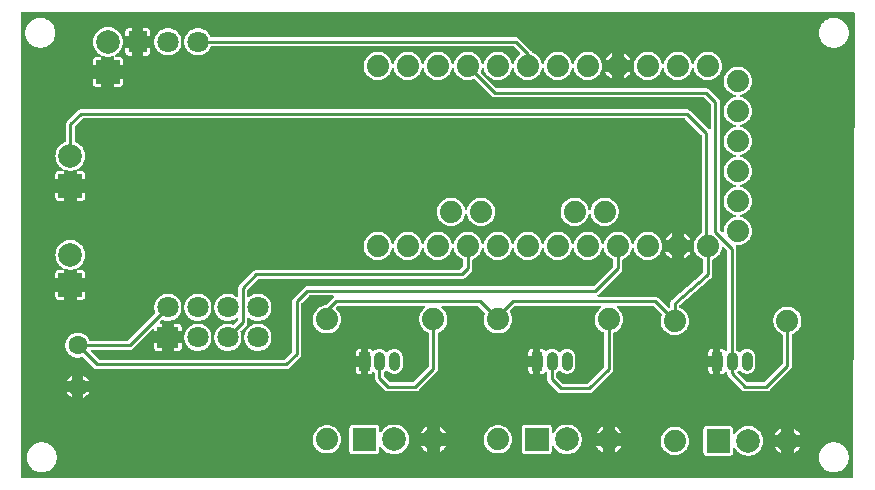
<source format=gbl>
G04 Layer: BottomLayer*
G04 EasyEDA v6.4.19.5, 2021-05-22T19:54:24+02:00*
G04 a9b393c6b906431c8adc5fb22f429070,c38686c9fe6447858fcbf2546f174441,10*
G04 Gerber Generator version 0.2*
G04 Scale: 100 percent, Rotated: No, Reflected: No *
G04 Dimensions in millimeters *
G04 leading zeros omitted , absolute positions ,4 integer and 5 decimal *
%FSLAX45Y45*%
%MOMM*%

%ADD10C,0.2540*%
%ADD11C,1.6000*%
%ADD12C,1.8000*%
%ADD14C,1.8796*%
%ADD17R,2.0000X2.0000*%
%ADD18C,2.0000*%
%ADD19C,0.9000*%

%LPD*%
G36*
X48514Y838453D02*
G01*
X44602Y839216D01*
X41351Y841451D01*
X39116Y844702D01*
X38354Y848614D01*
X38354Y4777486D01*
X39116Y4781397D01*
X41351Y4784648D01*
X44602Y4786884D01*
X48514Y4787646D01*
X7088784Y4787646D01*
X7092645Y4786884D01*
X7095947Y4784648D01*
X7098182Y4781346D01*
X7098944Y4777435D01*
X7086447Y848563D01*
X7085685Y844702D01*
X7083450Y841400D01*
X7080199Y839216D01*
X7076287Y838453D01*
G37*

%LPC*%
G36*
X6921500Y888746D02*
G01*
X6936841Y889711D01*
X6951929Y892454D01*
X6966610Y897026D01*
X6980631Y903325D01*
X6993788Y911301D01*
X7005878Y920750D01*
X7016750Y931621D01*
X7026198Y943711D01*
X7034174Y956868D01*
X7040473Y970889D01*
X7045045Y985570D01*
X7047788Y1000658D01*
X7048753Y1016000D01*
X7047788Y1031341D01*
X7045045Y1046429D01*
X7040473Y1061110D01*
X7034174Y1075131D01*
X7026198Y1088288D01*
X7016750Y1100378D01*
X7005878Y1111250D01*
X6993788Y1120698D01*
X6980631Y1128674D01*
X6966610Y1134973D01*
X6951929Y1139545D01*
X6936841Y1142288D01*
X6921500Y1143254D01*
X6906158Y1142288D01*
X6891070Y1139545D01*
X6876389Y1134973D01*
X6862368Y1128674D01*
X6849211Y1120698D01*
X6837121Y1111250D01*
X6826250Y1100378D01*
X6816801Y1088288D01*
X6808825Y1075131D01*
X6802526Y1061110D01*
X6797954Y1046429D01*
X6795211Y1031341D01*
X6794246Y1016000D01*
X6795211Y1000658D01*
X6797954Y985570D01*
X6802526Y970889D01*
X6808825Y956868D01*
X6816801Y943711D01*
X6826250Y931621D01*
X6837121Y920750D01*
X6849211Y911301D01*
X6862368Y903325D01*
X6876389Y897026D01*
X6891070Y892454D01*
X6906158Y889711D01*
G37*
G36*
X215900Y888746D02*
G01*
X231241Y889711D01*
X246329Y892454D01*
X261010Y897026D01*
X275031Y903325D01*
X288188Y911301D01*
X300278Y920750D01*
X311150Y931621D01*
X320598Y943711D01*
X328574Y956868D01*
X334873Y970889D01*
X339445Y985570D01*
X342188Y1000658D01*
X343154Y1016000D01*
X342188Y1031341D01*
X339445Y1046429D01*
X334873Y1061110D01*
X328574Y1075131D01*
X320598Y1088288D01*
X311150Y1100378D01*
X300278Y1111250D01*
X288188Y1120698D01*
X275031Y1128674D01*
X261010Y1134973D01*
X246329Y1139545D01*
X231241Y1142288D01*
X215900Y1143254D01*
X200558Y1142288D01*
X185470Y1139545D01*
X170789Y1134973D01*
X156768Y1128674D01*
X143611Y1120698D01*
X131521Y1111250D01*
X120650Y1100378D01*
X111201Y1088288D01*
X103225Y1075131D01*
X96926Y1061110D01*
X92354Y1046429D01*
X89611Y1031341D01*
X88646Y1016000D01*
X89611Y1000658D01*
X92354Y985570D01*
X96926Y970889D01*
X103225Y956868D01*
X111201Y943711D01*
X120650Y931621D01*
X131521Y920750D01*
X143611Y911301D01*
X156768Y903325D01*
X170789Y897026D01*
X185470Y892454D01*
X200558Y889711D01*
G37*
G36*
X5844184Y1030020D02*
G01*
X6043015Y1030020D01*
X6049314Y1030732D01*
X6054699Y1032662D01*
X6059576Y1035710D01*
X6063589Y1039723D01*
X6066637Y1044600D01*
X6068568Y1049985D01*
X6069279Y1056284D01*
X6069279Y1089152D01*
X6070193Y1093419D01*
X6072835Y1096873D01*
X6076696Y1098956D01*
X6081064Y1099210D01*
X6085078Y1097584D01*
X6088126Y1094435D01*
X6094222Y1084326D01*
X6103569Y1072388D01*
X6114288Y1061669D01*
X6126226Y1052322D01*
X6139230Y1044448D01*
X6153048Y1038250D01*
X6167526Y1033729D01*
X6182461Y1030986D01*
X6197600Y1030071D01*
X6212738Y1030986D01*
X6227673Y1033729D01*
X6242151Y1038250D01*
X6255969Y1044448D01*
X6268974Y1052322D01*
X6280912Y1061669D01*
X6291630Y1072388D01*
X6300978Y1084326D01*
X6308852Y1097330D01*
X6315049Y1111148D01*
X6319570Y1125626D01*
X6322314Y1140561D01*
X6323228Y1155700D01*
X6322314Y1170838D01*
X6319570Y1185773D01*
X6315049Y1200251D01*
X6308852Y1214069D01*
X6300978Y1227074D01*
X6291630Y1239012D01*
X6280912Y1249730D01*
X6268974Y1259078D01*
X6255969Y1266952D01*
X6242151Y1273149D01*
X6227673Y1277670D01*
X6212738Y1280414D01*
X6197600Y1281328D01*
X6182461Y1280414D01*
X6167526Y1277670D01*
X6153048Y1273149D01*
X6139230Y1266952D01*
X6126226Y1259078D01*
X6114288Y1249730D01*
X6103569Y1239012D01*
X6094222Y1227074D01*
X6088126Y1216964D01*
X6085078Y1213815D01*
X6081064Y1212189D01*
X6076696Y1212443D01*
X6072835Y1214526D01*
X6070193Y1217980D01*
X6069279Y1222248D01*
X6069279Y1255115D01*
X6068568Y1261414D01*
X6066637Y1266799D01*
X6063589Y1271676D01*
X6059576Y1275689D01*
X6054699Y1278737D01*
X6049314Y1280668D01*
X6043015Y1281328D01*
X5844184Y1281328D01*
X5837885Y1280668D01*
X5832500Y1278737D01*
X5827623Y1275689D01*
X5823610Y1271676D01*
X5820562Y1266799D01*
X5818632Y1261414D01*
X5817971Y1255115D01*
X5817971Y1056284D01*
X5818632Y1049985D01*
X5820562Y1044600D01*
X5823610Y1039723D01*
X5827623Y1035710D01*
X5832500Y1032662D01*
X5837885Y1030732D01*
G37*
G36*
X5575300Y1036066D02*
G01*
X5589981Y1036980D01*
X5604459Y1039672D01*
X5618530Y1044143D01*
X5631891Y1050340D01*
X5644388Y1058062D01*
X5655868Y1067308D01*
X5666130Y1077874D01*
X5675020Y1089609D01*
X5682386Y1102360D01*
X5688126Y1115923D01*
X5692140Y1130096D01*
X5694426Y1144676D01*
X5694883Y1159408D01*
X5693511Y1174038D01*
X5690362Y1188415D01*
X5685434Y1202334D01*
X5678881Y1215491D01*
X5670753Y1227785D01*
X5661152Y1238961D01*
X5650280Y1248867D01*
X5638292Y1257401D01*
X5625287Y1264361D01*
X5611571Y1269695D01*
X5597296Y1273302D01*
X5582666Y1275080D01*
X5567934Y1275080D01*
X5553303Y1273302D01*
X5539028Y1269695D01*
X5525312Y1264361D01*
X5512308Y1257401D01*
X5500319Y1248867D01*
X5489448Y1238961D01*
X5479846Y1227785D01*
X5471718Y1215491D01*
X5465165Y1202334D01*
X5460238Y1188415D01*
X5457088Y1174038D01*
X5455716Y1159408D01*
X5456174Y1144676D01*
X5458460Y1130096D01*
X5462473Y1115923D01*
X5468213Y1102360D01*
X5475579Y1089609D01*
X5484469Y1077874D01*
X5494731Y1067308D01*
X5506212Y1058062D01*
X5518708Y1050340D01*
X5532069Y1044143D01*
X5546140Y1039672D01*
X5560618Y1036980D01*
G37*
G36*
X2846984Y1042720D02*
G01*
X3045815Y1042720D01*
X3052114Y1043432D01*
X3057499Y1045362D01*
X3062376Y1048410D01*
X3066389Y1052423D01*
X3069437Y1057300D01*
X3071368Y1062685D01*
X3072079Y1068984D01*
X3072079Y1101852D01*
X3072993Y1106119D01*
X3075635Y1109573D01*
X3079496Y1111656D01*
X3083864Y1111910D01*
X3087878Y1110284D01*
X3090926Y1107135D01*
X3097022Y1097026D01*
X3106369Y1085088D01*
X3117088Y1074369D01*
X3129026Y1065022D01*
X3142030Y1057148D01*
X3155848Y1050950D01*
X3170326Y1046429D01*
X3185261Y1043686D01*
X3200400Y1042771D01*
X3215538Y1043686D01*
X3230473Y1046429D01*
X3244951Y1050950D01*
X3258769Y1057148D01*
X3271774Y1065022D01*
X3283712Y1074369D01*
X3294430Y1085088D01*
X3303778Y1097026D01*
X3311651Y1110030D01*
X3317849Y1123848D01*
X3322370Y1138326D01*
X3325114Y1153261D01*
X3326028Y1168400D01*
X3325114Y1183538D01*
X3322370Y1198473D01*
X3317849Y1212951D01*
X3311651Y1226769D01*
X3303778Y1239774D01*
X3294430Y1251712D01*
X3283712Y1262430D01*
X3271774Y1271778D01*
X3258769Y1279652D01*
X3244951Y1285849D01*
X3230473Y1290370D01*
X3215538Y1293114D01*
X3200400Y1294028D01*
X3185261Y1293114D01*
X3170326Y1290370D01*
X3155848Y1285849D01*
X3142030Y1279652D01*
X3129026Y1271778D01*
X3117088Y1262430D01*
X3106369Y1251712D01*
X3097022Y1239774D01*
X3090926Y1229664D01*
X3087878Y1226515D01*
X3083864Y1224889D01*
X3079496Y1225143D01*
X3075635Y1227226D01*
X3072993Y1230680D01*
X3072079Y1234948D01*
X3072079Y1267815D01*
X3071368Y1274114D01*
X3069437Y1279499D01*
X3066389Y1284376D01*
X3062376Y1288389D01*
X3057499Y1291437D01*
X3052114Y1293368D01*
X3045815Y1294028D01*
X2846984Y1294028D01*
X2840685Y1293368D01*
X2835300Y1291437D01*
X2830423Y1288389D01*
X2826410Y1284376D01*
X2823362Y1279499D01*
X2821432Y1274114D01*
X2820771Y1267815D01*
X2820771Y1068984D01*
X2821432Y1062685D01*
X2823362Y1057300D01*
X2826410Y1052423D01*
X2830423Y1048410D01*
X2835300Y1045362D01*
X2840685Y1043432D01*
G37*
G36*
X4307484Y1042720D02*
G01*
X4506315Y1042720D01*
X4512614Y1043432D01*
X4517999Y1045362D01*
X4522876Y1048410D01*
X4526889Y1052423D01*
X4529937Y1057300D01*
X4531868Y1062685D01*
X4532579Y1068984D01*
X4532579Y1101852D01*
X4533493Y1106119D01*
X4536135Y1109573D01*
X4539996Y1111656D01*
X4544364Y1111910D01*
X4548378Y1110284D01*
X4551426Y1107135D01*
X4557522Y1097026D01*
X4566869Y1085088D01*
X4577588Y1074369D01*
X4589526Y1065022D01*
X4602530Y1057148D01*
X4616348Y1050950D01*
X4630826Y1046429D01*
X4645761Y1043686D01*
X4660900Y1042771D01*
X4676038Y1043686D01*
X4690973Y1046429D01*
X4705451Y1050950D01*
X4719269Y1057148D01*
X4732274Y1065022D01*
X4744212Y1074369D01*
X4754930Y1085088D01*
X4764278Y1097026D01*
X4772152Y1110030D01*
X4778349Y1123848D01*
X4782870Y1138326D01*
X4785614Y1153261D01*
X4786528Y1168400D01*
X4785614Y1183538D01*
X4782870Y1198473D01*
X4778349Y1212951D01*
X4772152Y1226769D01*
X4764278Y1239774D01*
X4754930Y1251712D01*
X4744212Y1262430D01*
X4732274Y1271778D01*
X4719269Y1279652D01*
X4705451Y1285849D01*
X4690973Y1290370D01*
X4676038Y1293114D01*
X4660900Y1294028D01*
X4645761Y1293114D01*
X4630826Y1290370D01*
X4616348Y1285849D01*
X4602530Y1279652D01*
X4589526Y1271778D01*
X4577588Y1262430D01*
X4566869Y1251712D01*
X4557522Y1239774D01*
X4551426Y1229664D01*
X4548378Y1226515D01*
X4544364Y1224889D01*
X4539996Y1225143D01*
X4536135Y1227226D01*
X4533493Y1230680D01*
X4532579Y1234948D01*
X4532579Y1267815D01*
X4531868Y1274114D01*
X4529937Y1279499D01*
X4526889Y1284376D01*
X4522876Y1288389D01*
X4517999Y1291437D01*
X4512614Y1293368D01*
X4506315Y1294028D01*
X4307484Y1294028D01*
X4301185Y1293368D01*
X4295800Y1291437D01*
X4290923Y1288389D01*
X4286910Y1284376D01*
X4283862Y1279499D01*
X4281932Y1274114D01*
X4281271Y1267815D01*
X4281271Y1068984D01*
X4281932Y1062685D01*
X4283862Y1057300D01*
X4286910Y1052423D01*
X4290923Y1048410D01*
X4295800Y1045362D01*
X4301185Y1043432D01*
G37*
G36*
X4076700Y1048766D02*
G01*
X4091381Y1049680D01*
X4105859Y1052372D01*
X4119930Y1056843D01*
X4133291Y1063040D01*
X4145787Y1070762D01*
X4157268Y1080008D01*
X4167530Y1090574D01*
X4176420Y1102309D01*
X4183786Y1115060D01*
X4189526Y1128623D01*
X4193540Y1142796D01*
X4195826Y1157376D01*
X4196283Y1172108D01*
X4194911Y1186738D01*
X4191762Y1201115D01*
X4186834Y1215034D01*
X4180281Y1228191D01*
X4172153Y1240485D01*
X4162551Y1251661D01*
X4151680Y1261567D01*
X4139692Y1270101D01*
X4126687Y1277061D01*
X4112971Y1282395D01*
X4098696Y1286002D01*
X4084065Y1287780D01*
X4069334Y1287780D01*
X4054703Y1286002D01*
X4040428Y1282395D01*
X4026712Y1277061D01*
X4013708Y1270101D01*
X4001719Y1261567D01*
X3990848Y1251661D01*
X3981246Y1240485D01*
X3973118Y1228191D01*
X3966565Y1215034D01*
X3961637Y1201115D01*
X3958488Y1186738D01*
X3957116Y1172108D01*
X3957574Y1157376D01*
X3959860Y1142796D01*
X3963873Y1128623D01*
X3969613Y1115060D01*
X3976979Y1102309D01*
X3985869Y1090574D01*
X3996131Y1080008D01*
X4007612Y1070762D01*
X4020108Y1063040D01*
X4033469Y1056843D01*
X4047540Y1052372D01*
X4062018Y1049680D01*
G37*
G36*
X2628900Y1048766D02*
G01*
X2643581Y1049680D01*
X2658059Y1052372D01*
X2672130Y1056843D01*
X2685491Y1063040D01*
X2697988Y1070762D01*
X2709468Y1080008D01*
X2719730Y1090574D01*
X2728620Y1102309D01*
X2735986Y1115060D01*
X2741726Y1128623D01*
X2745740Y1142796D01*
X2748026Y1157376D01*
X2748483Y1172108D01*
X2747111Y1186738D01*
X2743962Y1201115D01*
X2739034Y1215034D01*
X2732481Y1228191D01*
X2724353Y1240485D01*
X2714752Y1251661D01*
X2703880Y1261567D01*
X2691892Y1270101D01*
X2678887Y1277061D01*
X2665171Y1282395D01*
X2650896Y1286002D01*
X2636266Y1287780D01*
X2621534Y1287780D01*
X2606903Y1286002D01*
X2592628Y1282395D01*
X2578912Y1277061D01*
X2565908Y1270101D01*
X2553919Y1261567D01*
X2543048Y1251661D01*
X2533446Y1240485D01*
X2525318Y1228191D01*
X2518765Y1215034D01*
X2513838Y1201115D01*
X2510688Y1186738D01*
X2509316Y1172108D01*
X2509774Y1157376D01*
X2512060Y1142796D01*
X2516073Y1128623D01*
X2521813Y1115060D01*
X2529179Y1102309D01*
X2538069Y1090574D01*
X2548331Y1080008D01*
X2559812Y1070762D01*
X2572308Y1063040D01*
X2585669Y1056843D01*
X2599740Y1052372D01*
X2614218Y1049680D01*
G37*
G36*
X6581140Y1048816D02*
G01*
X6584391Y1050340D01*
X6596888Y1058062D01*
X6608368Y1067308D01*
X6618630Y1077874D01*
X6627520Y1089609D01*
X6634886Y1102360D01*
X6581140Y1102360D01*
G37*
G36*
X6474460Y1048816D02*
G01*
X6474460Y1102360D01*
X6420713Y1102360D01*
X6428079Y1089609D01*
X6436969Y1077874D01*
X6447231Y1067308D01*
X6458712Y1058062D01*
X6471208Y1050340D01*
G37*
G36*
X3583940Y1061516D02*
G01*
X3587191Y1063040D01*
X3599687Y1070762D01*
X3611168Y1080008D01*
X3621430Y1090574D01*
X3630320Y1102309D01*
X3637686Y1115060D01*
X3583940Y1115060D01*
G37*
G36*
X5069840Y1061516D02*
G01*
X5073091Y1063040D01*
X5085588Y1070762D01*
X5097068Y1080008D01*
X5107330Y1090574D01*
X5116220Y1102309D01*
X5123586Y1115060D01*
X5069840Y1115060D01*
G37*
G36*
X3477260Y1061516D02*
G01*
X3477260Y1115060D01*
X3423513Y1115060D01*
X3430879Y1102309D01*
X3439769Y1090574D01*
X3450031Y1080008D01*
X3461512Y1070762D01*
X3474008Y1063040D01*
G37*
G36*
X4963160Y1061516D02*
G01*
X4963160Y1115060D01*
X4909413Y1115060D01*
X4916779Y1102309D01*
X4925669Y1090574D01*
X4935931Y1080008D01*
X4947412Y1070762D01*
X4959908Y1063040D01*
G37*
G36*
X6581140Y1209040D02*
G01*
X6634632Y1209040D01*
X6631381Y1215491D01*
X6623253Y1227785D01*
X6613652Y1238961D01*
X6602780Y1248867D01*
X6590792Y1257401D01*
X6581140Y1262583D01*
G37*
G36*
X6420967Y1209040D02*
G01*
X6474460Y1209040D01*
X6474460Y1262583D01*
X6464808Y1257401D01*
X6452819Y1248867D01*
X6441948Y1238961D01*
X6432346Y1227785D01*
X6424218Y1215491D01*
G37*
G36*
X3583940Y1221740D02*
G01*
X3637432Y1221740D01*
X3634181Y1228191D01*
X3626053Y1240485D01*
X3616451Y1251661D01*
X3605580Y1261567D01*
X3593592Y1270101D01*
X3583940Y1275283D01*
G37*
G36*
X5069840Y1221740D02*
G01*
X5123332Y1221740D01*
X5120081Y1228191D01*
X5111953Y1240485D01*
X5102352Y1251661D01*
X5091480Y1261567D01*
X5079492Y1270101D01*
X5069840Y1275283D01*
G37*
G36*
X4909667Y1221740D02*
G01*
X4963160Y1221740D01*
X4963160Y1275283D01*
X4953508Y1270101D01*
X4941519Y1261567D01*
X4930648Y1251661D01*
X4921046Y1240485D01*
X4912918Y1228191D01*
G37*
G36*
X3423767Y1221740D02*
G01*
X3477260Y1221740D01*
X3477260Y1275283D01*
X3467608Y1270101D01*
X3455619Y1261567D01*
X3444748Y1251661D01*
X3435146Y1240485D01*
X3427018Y1228191D01*
G37*
G36*
X474370Y1521002D02*
G01*
X474370Y1569364D01*
X426008Y1569364D01*
X429209Y1562862D01*
X436880Y1551381D01*
X446024Y1541018D01*
X456387Y1531874D01*
X467868Y1524203D01*
G37*
G36*
X567029Y1521002D02*
G01*
X573532Y1524203D01*
X585012Y1531874D01*
X595376Y1541018D01*
X604520Y1551381D01*
X612190Y1562862D01*
X615391Y1569364D01*
X567029Y1569364D01*
G37*
G36*
X4610608Y1561846D02*
G01*
X4850892Y1561846D01*
X4858867Y1562608D01*
X4866081Y1564792D01*
X4872685Y1568348D01*
X4878882Y1573428D01*
X5043271Y1737817D01*
X5048351Y1744014D01*
X5051907Y1750618D01*
X5054092Y1757832D01*
X5054854Y1765807D01*
X5054854Y2064105D01*
X5055565Y2067864D01*
X5057648Y2071116D01*
X5060746Y2073351D01*
X5073091Y2079040D01*
X5085588Y2086762D01*
X5097068Y2096007D01*
X5107330Y2106574D01*
X5116220Y2118309D01*
X5123586Y2131060D01*
X5129326Y2144623D01*
X5133340Y2158796D01*
X5135626Y2173376D01*
X5136083Y2188108D01*
X5134711Y2202738D01*
X5131562Y2217115D01*
X5126634Y2231034D01*
X5120081Y2244191D01*
X5111953Y2256485D01*
X5102352Y2267661D01*
X5091480Y2277567D01*
X5088077Y2280005D01*
X5085232Y2283104D01*
X5083860Y2287117D01*
X5084267Y2291384D01*
X5086400Y2295042D01*
X5089804Y2297582D01*
X5093970Y2298446D01*
X5390083Y2298446D01*
X5393994Y2297684D01*
X5397296Y2295448D01*
X5463082Y2229713D01*
X5465216Y2226564D01*
X5466029Y2222855D01*
X5465470Y2219096D01*
X5460238Y2204415D01*
X5457088Y2190038D01*
X5455716Y2175408D01*
X5456174Y2160676D01*
X5458460Y2146096D01*
X5462473Y2131923D01*
X5468213Y2118360D01*
X5475579Y2105609D01*
X5484469Y2093874D01*
X5494731Y2083307D01*
X5506212Y2074062D01*
X5518708Y2066340D01*
X5532069Y2060143D01*
X5546140Y2055672D01*
X5560618Y2052980D01*
X5575300Y2052066D01*
X5589981Y2052980D01*
X5604459Y2055672D01*
X5618530Y2060143D01*
X5631891Y2066340D01*
X5644388Y2074062D01*
X5655868Y2083307D01*
X5666130Y2093874D01*
X5675020Y2105609D01*
X5682386Y2118360D01*
X5688126Y2131923D01*
X5692140Y2146096D01*
X5694426Y2160676D01*
X5694883Y2175408D01*
X5693511Y2190038D01*
X5690362Y2204415D01*
X5685434Y2218334D01*
X5678881Y2231491D01*
X5670753Y2243785D01*
X5661152Y2254961D01*
X5650280Y2264867D01*
X5638292Y2273401D01*
X5625287Y2280361D01*
X5620156Y2282342D01*
X5616752Y2284526D01*
X5614466Y2287879D01*
X5613654Y2291842D01*
X5613654Y2301798D01*
X5614568Y2306015D01*
X5617210Y2309520D01*
X5869279Y2525725D01*
X5881471Y2537917D01*
X5886551Y2544114D01*
X5890107Y2550718D01*
X5892292Y2557932D01*
X5893054Y2565908D01*
X5893054Y2686405D01*
X5893765Y2690164D01*
X5895848Y2693416D01*
X5898946Y2695651D01*
X5911291Y2701340D01*
X5923788Y2709062D01*
X5935268Y2718308D01*
X5945530Y2728874D01*
X5954420Y2740609D01*
X5961786Y2753360D01*
X5967526Y2766923D01*
X5971540Y2781096D01*
X5972810Y2789275D01*
X5974435Y2793441D01*
X5977686Y2796489D01*
X5981903Y2797860D01*
X5986272Y2797302D01*
X5990031Y2794914D01*
X6016548Y2768396D01*
X6018784Y2765094D01*
X6019546Y2761183D01*
X6019546Y1928317D01*
X6018631Y1924050D01*
X6015990Y1920595D01*
X6013551Y1918512D01*
X6009741Y1916480D01*
X6005423Y1916226D01*
X6001410Y1917750D01*
X5998362Y1920849D01*
X5995924Y1924761D01*
X5991860Y1928825D01*
X5986983Y1931873D01*
X5981598Y1933752D01*
X5975350Y1934464D01*
X5959754Y1934464D01*
X5959754Y1875129D01*
X5977178Y1875129D01*
X5981242Y1874316D01*
X5984646Y1871878D01*
X5986780Y1868322D01*
X5987237Y1863394D01*
X5987237Y1794205D01*
X5986780Y1789277D01*
X5984646Y1785721D01*
X5981242Y1783283D01*
X5977178Y1782470D01*
X5959754Y1782470D01*
X5959754Y1723136D01*
X5975350Y1723136D01*
X5981598Y1723847D01*
X5986983Y1725726D01*
X5991860Y1728774D01*
X5995924Y1732838D01*
X5998362Y1736750D01*
X6001410Y1739849D01*
X6005423Y1741373D01*
X6009741Y1741119D01*
X6013551Y1739087D01*
X6015990Y1737004D01*
X6018631Y1733550D01*
X6019546Y1729282D01*
X6020308Y1719732D01*
X6022492Y1712518D01*
X6026048Y1705914D01*
X6031128Y1699717D01*
X6144717Y1586128D01*
X6150914Y1581048D01*
X6157518Y1577492D01*
X6164732Y1575308D01*
X6172708Y1574546D01*
X6349492Y1574546D01*
X6357467Y1575308D01*
X6364681Y1577492D01*
X6371285Y1581048D01*
X6377482Y1586128D01*
X6554571Y1763217D01*
X6559651Y1769414D01*
X6563207Y1776018D01*
X6565392Y1783232D01*
X6566153Y1791207D01*
X6566153Y2051405D01*
X6566865Y2055164D01*
X6568948Y2058416D01*
X6572046Y2060651D01*
X6584391Y2066340D01*
X6596888Y2074062D01*
X6608368Y2083307D01*
X6618630Y2093874D01*
X6627520Y2105609D01*
X6634886Y2118360D01*
X6640626Y2131923D01*
X6644640Y2146096D01*
X6646925Y2160676D01*
X6647383Y2175408D01*
X6646011Y2190038D01*
X6642862Y2204415D01*
X6637934Y2218334D01*
X6631381Y2231491D01*
X6623253Y2243785D01*
X6613652Y2254961D01*
X6602780Y2264867D01*
X6590792Y2273401D01*
X6577787Y2280361D01*
X6564071Y2285695D01*
X6549796Y2289302D01*
X6535166Y2291080D01*
X6520434Y2291080D01*
X6505803Y2289302D01*
X6491528Y2285695D01*
X6477812Y2280361D01*
X6464808Y2273401D01*
X6452819Y2264867D01*
X6441948Y2254961D01*
X6432346Y2243785D01*
X6424218Y2231491D01*
X6417665Y2218334D01*
X6412738Y2204415D01*
X6409588Y2190038D01*
X6408216Y2175408D01*
X6408674Y2160676D01*
X6410960Y2146096D01*
X6414973Y2131923D01*
X6420713Y2118360D01*
X6428079Y2105609D01*
X6436969Y2093874D01*
X6447231Y2083307D01*
X6458712Y2074062D01*
X6471208Y2066340D01*
X6483553Y2060651D01*
X6486652Y2058416D01*
X6488734Y2055164D01*
X6489446Y2051405D01*
X6489446Y1810816D01*
X6488684Y1806905D01*
X6486448Y1803603D01*
X6337096Y1654251D01*
X6333794Y1652016D01*
X6329883Y1651254D01*
X6192316Y1651254D01*
X6188405Y1652016D01*
X6185103Y1654251D01*
X6108801Y1730552D01*
X6106668Y1733651D01*
X6105804Y1737360D01*
X6106363Y1741068D01*
X6108242Y1744319D01*
X6113678Y1750720D01*
X6117132Y1753311D01*
X6121400Y1754276D01*
X6125667Y1753311D01*
X6129121Y1750720D01*
X6134963Y1743862D01*
X6143396Y1736648D01*
X6152845Y1730857D01*
X6163056Y1726641D01*
X6173876Y1724050D01*
X6184900Y1723186D01*
X6195923Y1724050D01*
X6206744Y1726641D01*
X6216954Y1730857D01*
X6226403Y1736648D01*
X6234836Y1743862D01*
X6242050Y1752295D01*
X6247841Y1761743D01*
X6252057Y1771954D01*
X6254648Y1782775D01*
X6255562Y1794205D01*
X6255562Y1863394D01*
X6254648Y1874824D01*
X6252057Y1885645D01*
X6247841Y1895856D01*
X6242050Y1905304D01*
X6234836Y1913737D01*
X6226403Y1920951D01*
X6216954Y1926742D01*
X6206744Y1930958D01*
X6195923Y1933549D01*
X6184900Y1934413D01*
X6173876Y1933549D01*
X6163056Y1930958D01*
X6152845Y1926742D01*
X6143396Y1920951D01*
X6134963Y1913737D01*
X6129121Y1906879D01*
X6125667Y1904288D01*
X6121400Y1903323D01*
X6117132Y1904288D01*
X6113678Y1906879D01*
X6107836Y1913737D01*
X6099810Y1920595D01*
X6097168Y1924050D01*
X6096254Y1928317D01*
X6096254Y2780792D01*
X6095492Y2788767D01*
X6093307Y2795981D01*
X6091326Y2799638D01*
X6090158Y2803753D01*
X6090767Y2807970D01*
X6093104Y2811576D01*
X6096660Y2813913D01*
X6100927Y2814574D01*
X6108700Y2814066D01*
X6123381Y2814980D01*
X6137859Y2817672D01*
X6151930Y2822143D01*
X6165291Y2828340D01*
X6177788Y2836062D01*
X6189268Y2845308D01*
X6199530Y2855874D01*
X6208420Y2867609D01*
X6215786Y2880360D01*
X6221526Y2893923D01*
X6225540Y2908096D01*
X6227826Y2922676D01*
X6228283Y2937408D01*
X6226911Y2952038D01*
X6223762Y2966415D01*
X6218834Y2980334D01*
X6212281Y2993491D01*
X6204153Y3005785D01*
X6194552Y3016961D01*
X6183680Y3026867D01*
X6171692Y3035401D01*
X6158687Y3042361D01*
X6144971Y3047695D01*
X6132169Y3050895D01*
X6128613Y3052572D01*
X6125972Y3055467D01*
X6124600Y3059125D01*
X6124752Y3063036D01*
X6126327Y3066592D01*
X6129121Y3069285D01*
X6132779Y3070758D01*
X6137859Y3071672D01*
X6151930Y3076143D01*
X6165291Y3082340D01*
X6177788Y3090062D01*
X6189268Y3099308D01*
X6199530Y3109874D01*
X6208420Y3121609D01*
X6215786Y3134360D01*
X6221526Y3147923D01*
X6225540Y3162096D01*
X6227826Y3176676D01*
X6228283Y3191408D01*
X6226911Y3206038D01*
X6223762Y3220415D01*
X6218834Y3234334D01*
X6212281Y3247491D01*
X6204153Y3259785D01*
X6194552Y3270961D01*
X6183680Y3280867D01*
X6171692Y3289401D01*
X6158687Y3296361D01*
X6144971Y3301695D01*
X6132169Y3304895D01*
X6128613Y3306572D01*
X6125972Y3309467D01*
X6124600Y3313125D01*
X6124752Y3317036D01*
X6126327Y3320592D01*
X6129121Y3323285D01*
X6132779Y3324758D01*
X6137859Y3325672D01*
X6151930Y3330143D01*
X6165291Y3336340D01*
X6177788Y3344062D01*
X6189268Y3353308D01*
X6199530Y3363874D01*
X6208420Y3375609D01*
X6215786Y3388360D01*
X6221526Y3401923D01*
X6225540Y3416096D01*
X6227826Y3430676D01*
X6228283Y3445408D01*
X6226911Y3460038D01*
X6223762Y3474415D01*
X6218834Y3488334D01*
X6212281Y3501491D01*
X6204153Y3513785D01*
X6194552Y3524961D01*
X6183680Y3534867D01*
X6171692Y3543401D01*
X6158687Y3550361D01*
X6144971Y3555695D01*
X6132169Y3558895D01*
X6128613Y3560572D01*
X6125972Y3563467D01*
X6124600Y3567125D01*
X6124752Y3571036D01*
X6126327Y3574592D01*
X6129121Y3577285D01*
X6132779Y3578758D01*
X6137859Y3579672D01*
X6151930Y3584143D01*
X6165291Y3590340D01*
X6177788Y3598062D01*
X6189268Y3607308D01*
X6199530Y3617874D01*
X6208420Y3629609D01*
X6215786Y3642360D01*
X6221526Y3655923D01*
X6225540Y3670096D01*
X6227826Y3684676D01*
X6228283Y3699408D01*
X6226911Y3714038D01*
X6223762Y3728415D01*
X6218834Y3742334D01*
X6212281Y3755491D01*
X6204153Y3767785D01*
X6194552Y3778961D01*
X6183680Y3788867D01*
X6171692Y3797401D01*
X6158687Y3804361D01*
X6144971Y3809695D01*
X6132169Y3812895D01*
X6128613Y3814572D01*
X6125972Y3817467D01*
X6124600Y3821125D01*
X6124752Y3825036D01*
X6126327Y3828592D01*
X6129121Y3831285D01*
X6132779Y3832758D01*
X6137859Y3833672D01*
X6151930Y3838143D01*
X6165291Y3844340D01*
X6177788Y3852062D01*
X6189268Y3861308D01*
X6199530Y3871874D01*
X6208420Y3883609D01*
X6215786Y3896360D01*
X6221526Y3909923D01*
X6225540Y3924096D01*
X6227826Y3938676D01*
X6228283Y3953408D01*
X6226911Y3968038D01*
X6223762Y3982415D01*
X6218834Y3996334D01*
X6212281Y4009491D01*
X6204153Y4021785D01*
X6194552Y4032961D01*
X6183680Y4042867D01*
X6171692Y4051401D01*
X6158687Y4058361D01*
X6144971Y4063695D01*
X6132169Y4066895D01*
X6128613Y4068572D01*
X6125972Y4071467D01*
X6124600Y4075125D01*
X6124752Y4079036D01*
X6126327Y4082592D01*
X6129121Y4085285D01*
X6132779Y4086758D01*
X6137859Y4087672D01*
X6151930Y4092143D01*
X6165291Y4098340D01*
X6177788Y4106062D01*
X6189268Y4115308D01*
X6199530Y4125874D01*
X6208420Y4137609D01*
X6215786Y4150360D01*
X6221526Y4163923D01*
X6225540Y4178096D01*
X6227826Y4192676D01*
X6228283Y4207408D01*
X6226911Y4222038D01*
X6223762Y4236415D01*
X6218834Y4250334D01*
X6212281Y4263491D01*
X6204153Y4275785D01*
X6194552Y4286961D01*
X6183680Y4296867D01*
X6171692Y4305401D01*
X6158687Y4312361D01*
X6144971Y4317695D01*
X6130696Y4321302D01*
X6116066Y4323080D01*
X6101334Y4323080D01*
X6086703Y4321302D01*
X6072428Y4317695D01*
X6058712Y4312361D01*
X6045708Y4305401D01*
X6033719Y4296867D01*
X6022848Y4286961D01*
X6013246Y4275785D01*
X6005118Y4263491D01*
X5998565Y4250334D01*
X5993638Y4236415D01*
X5990488Y4222038D01*
X5989116Y4207408D01*
X5989574Y4192676D01*
X5991860Y4178096D01*
X5995873Y4163923D01*
X6001613Y4150360D01*
X6008979Y4137609D01*
X6017869Y4125874D01*
X6028131Y4115308D01*
X6039612Y4106062D01*
X6052108Y4098340D01*
X6065469Y4092143D01*
X6079540Y4087672D01*
X6084620Y4086758D01*
X6088278Y4085285D01*
X6091072Y4082592D01*
X6092647Y4079036D01*
X6092799Y4075125D01*
X6091428Y4071467D01*
X6088786Y4068572D01*
X6085230Y4066895D01*
X6072428Y4063695D01*
X6058712Y4058361D01*
X6045708Y4051401D01*
X6033719Y4042867D01*
X6022848Y4032961D01*
X6013246Y4021785D01*
X6005118Y4009491D01*
X5998565Y3996334D01*
X5993638Y3982415D01*
X5990488Y3968038D01*
X5989116Y3953408D01*
X5989574Y3938676D01*
X5991860Y3924096D01*
X5995873Y3909923D01*
X6001613Y3896360D01*
X6008979Y3883609D01*
X6017869Y3871874D01*
X6028131Y3861308D01*
X6039612Y3852062D01*
X6052108Y3844340D01*
X6065469Y3838143D01*
X6079540Y3833672D01*
X6084620Y3832758D01*
X6088278Y3831285D01*
X6091072Y3828592D01*
X6092647Y3825036D01*
X6092799Y3821125D01*
X6091428Y3817467D01*
X6088786Y3814572D01*
X6085230Y3812895D01*
X6072428Y3809695D01*
X6058712Y3804361D01*
X6045708Y3797401D01*
X6033719Y3788867D01*
X6022848Y3778961D01*
X6013246Y3767785D01*
X6005118Y3755491D01*
X5998565Y3742334D01*
X5993638Y3728415D01*
X5990488Y3714038D01*
X5989116Y3699408D01*
X5989574Y3684676D01*
X5991860Y3670096D01*
X5995873Y3655923D01*
X6001613Y3642360D01*
X6008979Y3629609D01*
X6017869Y3617874D01*
X6028131Y3607308D01*
X6039612Y3598062D01*
X6052108Y3590340D01*
X6065469Y3584143D01*
X6079540Y3579672D01*
X6084620Y3578758D01*
X6088278Y3577285D01*
X6091072Y3574592D01*
X6092647Y3571036D01*
X6092799Y3567125D01*
X6091428Y3563467D01*
X6088786Y3560572D01*
X6085230Y3558895D01*
X6072428Y3555695D01*
X6058712Y3550361D01*
X6045708Y3543401D01*
X6033719Y3534867D01*
X6022848Y3524961D01*
X6013246Y3513785D01*
X6005118Y3501491D01*
X5998565Y3488334D01*
X5993638Y3474415D01*
X5990488Y3460038D01*
X5989116Y3445408D01*
X5989574Y3430676D01*
X5991860Y3416096D01*
X5995873Y3401923D01*
X6001613Y3388360D01*
X6008979Y3375609D01*
X6017869Y3363874D01*
X6028131Y3353308D01*
X6039612Y3344062D01*
X6052108Y3336340D01*
X6065469Y3330143D01*
X6079540Y3325672D01*
X6084620Y3324758D01*
X6088278Y3323285D01*
X6091072Y3320592D01*
X6092647Y3317036D01*
X6092799Y3313125D01*
X6091428Y3309467D01*
X6088786Y3306572D01*
X6085230Y3304895D01*
X6072428Y3301695D01*
X6058712Y3296361D01*
X6045708Y3289401D01*
X6033719Y3280867D01*
X6022848Y3270961D01*
X6013246Y3259785D01*
X6005118Y3247491D01*
X5998565Y3234334D01*
X5993638Y3220415D01*
X5990488Y3206038D01*
X5989116Y3191408D01*
X5989574Y3176676D01*
X5991860Y3162096D01*
X5995873Y3147923D01*
X6001613Y3134360D01*
X6008979Y3121609D01*
X6017869Y3109874D01*
X6028131Y3099308D01*
X6039612Y3090062D01*
X6052108Y3082340D01*
X6065469Y3076143D01*
X6079540Y3071672D01*
X6084620Y3070758D01*
X6088278Y3069285D01*
X6091072Y3066592D01*
X6092647Y3063036D01*
X6092799Y3059125D01*
X6091428Y3055467D01*
X6088786Y3052572D01*
X6085230Y3050895D01*
X6072428Y3047695D01*
X6058712Y3042361D01*
X6045708Y3035401D01*
X6033719Y3026867D01*
X6022848Y3016961D01*
X6013246Y3005785D01*
X6005118Y2993491D01*
X5998565Y2980334D01*
X5993638Y2966415D01*
X5990488Y2952038D01*
X5989116Y2937408D01*
X5989421Y2928874D01*
X5988710Y2924911D01*
X5986576Y2921508D01*
X5983274Y2919222D01*
X5979363Y2918409D01*
X5975400Y2919171D01*
X5972048Y2921355D01*
X5959551Y2933903D01*
X5957316Y2937205D01*
X5956554Y2941116D01*
X5956554Y4025392D01*
X5955792Y4033367D01*
X5953607Y4040581D01*
X5950051Y4047185D01*
X5944971Y4053382D01*
X5869482Y4128871D01*
X5863285Y4133951D01*
X5856681Y4137507D01*
X5849467Y4139692D01*
X5841492Y4140454D01*
X4071416Y4140454D01*
X4067505Y4141215D01*
X4064203Y4143451D01*
X3934764Y4272889D01*
X3932529Y4276191D01*
X3931767Y4280103D01*
X3932580Y4284014D01*
X3935526Y4290923D01*
X3939692Y4305706D01*
X3941775Y4309567D01*
X3945229Y4312158D01*
X3949903Y4313072D01*
X3954170Y4312158D01*
X3957624Y4309567D01*
X3959707Y4305706D01*
X3963873Y4290923D01*
X3969613Y4277360D01*
X3976979Y4264609D01*
X3985869Y4252874D01*
X3996131Y4242308D01*
X4007612Y4233062D01*
X4020108Y4225340D01*
X4033469Y4219143D01*
X4047540Y4214672D01*
X4062018Y4211980D01*
X4076700Y4211066D01*
X4091381Y4211980D01*
X4105859Y4214672D01*
X4119930Y4219143D01*
X4133291Y4225340D01*
X4145787Y4233062D01*
X4157268Y4242308D01*
X4167530Y4252874D01*
X4176420Y4264609D01*
X4183786Y4277360D01*
X4189526Y4290923D01*
X4193692Y4305706D01*
X4195775Y4309567D01*
X4199229Y4312158D01*
X4203903Y4313072D01*
X4208170Y4312158D01*
X4211624Y4309567D01*
X4213707Y4305706D01*
X4217873Y4290923D01*
X4223613Y4277360D01*
X4230979Y4264609D01*
X4239869Y4252874D01*
X4250131Y4242308D01*
X4261612Y4233062D01*
X4274108Y4225340D01*
X4287469Y4219143D01*
X4301540Y4214672D01*
X4316018Y4211980D01*
X4330700Y4211066D01*
X4345381Y4211980D01*
X4359859Y4214672D01*
X4373930Y4219143D01*
X4387291Y4225340D01*
X4399788Y4233062D01*
X4411268Y4242308D01*
X4421530Y4252874D01*
X4430420Y4264609D01*
X4437786Y4277360D01*
X4443526Y4290923D01*
X4447692Y4305706D01*
X4449775Y4309567D01*
X4453229Y4312158D01*
X4457903Y4313072D01*
X4462170Y4312158D01*
X4465624Y4309567D01*
X4467707Y4305706D01*
X4471873Y4290923D01*
X4477613Y4277360D01*
X4484979Y4264609D01*
X4493869Y4252874D01*
X4504131Y4242308D01*
X4515612Y4233062D01*
X4528108Y4225340D01*
X4541469Y4219143D01*
X4555540Y4214672D01*
X4570018Y4211980D01*
X4584700Y4211066D01*
X4599381Y4211980D01*
X4613859Y4214672D01*
X4627930Y4219143D01*
X4641291Y4225340D01*
X4653788Y4233062D01*
X4665268Y4242308D01*
X4675530Y4252874D01*
X4684420Y4264609D01*
X4691786Y4277360D01*
X4697526Y4290923D01*
X4701692Y4305706D01*
X4703775Y4309567D01*
X4707229Y4312158D01*
X4711903Y4313072D01*
X4716170Y4312158D01*
X4719624Y4309567D01*
X4721707Y4305706D01*
X4725873Y4290923D01*
X4731613Y4277360D01*
X4738979Y4264609D01*
X4747869Y4252874D01*
X4758131Y4242308D01*
X4769612Y4233062D01*
X4782108Y4225340D01*
X4795469Y4219143D01*
X4809540Y4214672D01*
X4824018Y4211980D01*
X4838700Y4211066D01*
X4853381Y4211980D01*
X4867859Y4214672D01*
X4881930Y4219143D01*
X4895291Y4225340D01*
X4907788Y4233062D01*
X4919268Y4242308D01*
X4929530Y4252874D01*
X4938420Y4264609D01*
X4945786Y4277360D01*
X4951526Y4290923D01*
X4955540Y4305096D01*
X4957826Y4319676D01*
X4958283Y4334408D01*
X4956911Y4349038D01*
X4953762Y4363415D01*
X4948834Y4377334D01*
X4942281Y4390491D01*
X4934153Y4402785D01*
X4924552Y4413961D01*
X4913680Y4423867D01*
X4901692Y4432401D01*
X4888687Y4439361D01*
X4874971Y4444695D01*
X4860696Y4448302D01*
X4846066Y4450080D01*
X4831334Y4450080D01*
X4816703Y4448302D01*
X4802428Y4444695D01*
X4788712Y4439361D01*
X4775708Y4432401D01*
X4763719Y4423867D01*
X4752848Y4413961D01*
X4743246Y4402785D01*
X4735118Y4390491D01*
X4728565Y4377334D01*
X4723638Y4363415D01*
X4721606Y4354169D01*
X4720082Y4350613D01*
X4717288Y4347870D01*
X4713630Y4346397D01*
X4709769Y4346397D01*
X4706112Y4347870D01*
X4703318Y4350613D01*
X4701794Y4354169D01*
X4699762Y4363415D01*
X4694834Y4377334D01*
X4688281Y4390491D01*
X4680153Y4402785D01*
X4670552Y4413961D01*
X4659680Y4423867D01*
X4647692Y4432401D01*
X4634687Y4439361D01*
X4620971Y4444695D01*
X4606696Y4448302D01*
X4592066Y4450080D01*
X4577334Y4450080D01*
X4562703Y4448302D01*
X4548428Y4444695D01*
X4534712Y4439361D01*
X4521708Y4432401D01*
X4509719Y4423867D01*
X4498848Y4413961D01*
X4489246Y4402785D01*
X4481118Y4390491D01*
X4474565Y4377334D01*
X4469638Y4363415D01*
X4467606Y4354169D01*
X4466082Y4350613D01*
X4463288Y4347870D01*
X4459630Y4346397D01*
X4455769Y4346397D01*
X4452112Y4347870D01*
X4449318Y4350613D01*
X4447794Y4354169D01*
X4445762Y4363415D01*
X4440834Y4377334D01*
X4434281Y4390491D01*
X4426153Y4402785D01*
X4416552Y4413961D01*
X4405680Y4423867D01*
X4393692Y4432401D01*
X4380687Y4439361D01*
X4370882Y4443171D01*
X4367834Y4445000D01*
X4365599Y4447844D01*
X4362551Y4453585D01*
X4357471Y4459782D01*
X4256582Y4560671D01*
X4250385Y4565751D01*
X4243781Y4569307D01*
X4236567Y4571492D01*
X4228592Y4572254D01*
X1652625Y4572254D01*
X1648917Y4572965D01*
X1645666Y4574997D01*
X1643430Y4578096D01*
X1638046Y4589627D01*
X1630273Y4601870D01*
X1620977Y4613046D01*
X1610410Y4623003D01*
X1598676Y4631537D01*
X1585925Y4638548D01*
X1572412Y4643882D01*
X1558391Y4647488D01*
X1543964Y4649317D01*
X1529435Y4649317D01*
X1515008Y4647488D01*
X1500987Y4643882D01*
X1487474Y4638548D01*
X1474724Y4631537D01*
X1462989Y4623003D01*
X1452422Y4613046D01*
X1443126Y4601870D01*
X1435354Y4589627D01*
X1429207Y4576470D01*
X1424686Y4562652D01*
X1421993Y4548378D01*
X1421079Y4533900D01*
X1421993Y4519422D01*
X1424686Y4505147D01*
X1429207Y4491329D01*
X1435354Y4478172D01*
X1443126Y4465929D01*
X1452422Y4454753D01*
X1462989Y4444796D01*
X1474724Y4436262D01*
X1487474Y4429252D01*
X1500987Y4423918D01*
X1515008Y4420311D01*
X1529435Y4418482D01*
X1543964Y4418482D01*
X1558391Y4420311D01*
X1572412Y4423918D01*
X1585925Y4429252D01*
X1598676Y4436262D01*
X1610410Y4444796D01*
X1620977Y4454753D01*
X1630273Y4465929D01*
X1638046Y4478172D01*
X1643430Y4489704D01*
X1645666Y4492802D01*
X1648917Y4494834D01*
X1652625Y4495546D01*
X4208983Y4495546D01*
X4212894Y4494784D01*
X4216196Y4492548D01*
X4264253Y4444492D01*
X4266641Y4440783D01*
X4267200Y4436465D01*
X4265879Y4432249D01*
X4262932Y4428998D01*
X4255719Y4423867D01*
X4244848Y4413961D01*
X4235246Y4402785D01*
X4227118Y4390491D01*
X4220565Y4377334D01*
X4215638Y4363415D01*
X4213606Y4354169D01*
X4212082Y4350613D01*
X4209288Y4347870D01*
X4205630Y4346397D01*
X4201769Y4346397D01*
X4198112Y4347870D01*
X4195318Y4350613D01*
X4193794Y4354169D01*
X4191762Y4363415D01*
X4186834Y4377334D01*
X4180281Y4390491D01*
X4172153Y4402785D01*
X4162551Y4413961D01*
X4151680Y4423867D01*
X4139692Y4432401D01*
X4126687Y4439361D01*
X4112971Y4444695D01*
X4098696Y4448302D01*
X4084065Y4450080D01*
X4069334Y4450080D01*
X4054703Y4448302D01*
X4040428Y4444695D01*
X4026712Y4439361D01*
X4013708Y4432401D01*
X4001719Y4423867D01*
X3990848Y4413961D01*
X3981246Y4402785D01*
X3973118Y4390491D01*
X3966565Y4377334D01*
X3961637Y4363415D01*
X3959606Y4354169D01*
X3958082Y4350613D01*
X3955287Y4347870D01*
X3951630Y4346397D01*
X3947769Y4346397D01*
X3944112Y4347870D01*
X3941318Y4350613D01*
X3939794Y4354169D01*
X3937762Y4363415D01*
X3932834Y4377334D01*
X3926281Y4390491D01*
X3918153Y4402785D01*
X3908551Y4413961D01*
X3897680Y4423867D01*
X3885692Y4432401D01*
X3872687Y4439361D01*
X3858971Y4444695D01*
X3844696Y4448302D01*
X3830065Y4450080D01*
X3815334Y4450080D01*
X3800703Y4448302D01*
X3786428Y4444695D01*
X3772712Y4439361D01*
X3759708Y4432401D01*
X3747719Y4423867D01*
X3736848Y4413961D01*
X3727246Y4402785D01*
X3719118Y4390491D01*
X3712565Y4377334D01*
X3707637Y4363415D01*
X3705606Y4354169D01*
X3704082Y4350613D01*
X3701287Y4347870D01*
X3697630Y4346397D01*
X3693769Y4346397D01*
X3690112Y4347870D01*
X3687318Y4350613D01*
X3685794Y4354169D01*
X3683762Y4363415D01*
X3678834Y4377334D01*
X3672281Y4390491D01*
X3664153Y4402785D01*
X3654551Y4413961D01*
X3643680Y4423867D01*
X3631692Y4432401D01*
X3618687Y4439361D01*
X3604971Y4444695D01*
X3590696Y4448302D01*
X3576065Y4450080D01*
X3561334Y4450080D01*
X3546703Y4448302D01*
X3532428Y4444695D01*
X3518712Y4439361D01*
X3505708Y4432401D01*
X3493719Y4423867D01*
X3482848Y4413961D01*
X3473246Y4402785D01*
X3465118Y4390491D01*
X3458565Y4377334D01*
X3453637Y4363415D01*
X3451606Y4354169D01*
X3450082Y4350613D01*
X3447287Y4347870D01*
X3443630Y4346397D01*
X3439769Y4346397D01*
X3436112Y4347870D01*
X3433318Y4350613D01*
X3431794Y4354169D01*
X3429762Y4363415D01*
X3424834Y4377334D01*
X3418281Y4390491D01*
X3410153Y4402785D01*
X3400551Y4413961D01*
X3389680Y4423867D01*
X3377692Y4432401D01*
X3364687Y4439361D01*
X3350971Y4444695D01*
X3336696Y4448302D01*
X3322065Y4450080D01*
X3307334Y4450080D01*
X3292703Y4448302D01*
X3278428Y4444695D01*
X3264712Y4439361D01*
X3251708Y4432401D01*
X3239719Y4423867D01*
X3228848Y4413961D01*
X3219246Y4402785D01*
X3211118Y4390491D01*
X3204565Y4377334D01*
X3199638Y4363415D01*
X3197606Y4354169D01*
X3196082Y4350613D01*
X3193288Y4347870D01*
X3189630Y4346397D01*
X3185769Y4346397D01*
X3182112Y4347870D01*
X3179318Y4350613D01*
X3177794Y4354169D01*
X3175762Y4363415D01*
X3170834Y4377334D01*
X3164281Y4390491D01*
X3156153Y4402785D01*
X3146552Y4413961D01*
X3135680Y4423867D01*
X3123692Y4432401D01*
X3110687Y4439361D01*
X3096971Y4444695D01*
X3082696Y4448302D01*
X3068066Y4450080D01*
X3053334Y4450080D01*
X3038703Y4448302D01*
X3024428Y4444695D01*
X3010712Y4439361D01*
X2997708Y4432401D01*
X2985719Y4423867D01*
X2974848Y4413961D01*
X2965246Y4402785D01*
X2957118Y4390491D01*
X2950565Y4377334D01*
X2945638Y4363415D01*
X2942488Y4349038D01*
X2941116Y4334408D01*
X2941574Y4319676D01*
X2943860Y4305096D01*
X2947873Y4290923D01*
X2953613Y4277360D01*
X2960979Y4264609D01*
X2969869Y4252874D01*
X2980131Y4242308D01*
X2991612Y4233062D01*
X3004108Y4225340D01*
X3017469Y4219143D01*
X3031540Y4214672D01*
X3046018Y4211980D01*
X3060700Y4211066D01*
X3075381Y4211980D01*
X3089859Y4214672D01*
X3103930Y4219143D01*
X3117291Y4225340D01*
X3129788Y4233062D01*
X3141268Y4242308D01*
X3151530Y4252874D01*
X3160420Y4264609D01*
X3167786Y4277360D01*
X3173526Y4290923D01*
X3177692Y4305706D01*
X3179775Y4309567D01*
X3183229Y4312158D01*
X3187903Y4313072D01*
X3192170Y4312158D01*
X3195624Y4309567D01*
X3197707Y4305706D01*
X3201873Y4290923D01*
X3207613Y4277360D01*
X3214979Y4264609D01*
X3223869Y4252874D01*
X3234131Y4242308D01*
X3245612Y4233062D01*
X3258108Y4225340D01*
X3271469Y4219143D01*
X3285540Y4214672D01*
X3300018Y4211980D01*
X3314700Y4211066D01*
X3329381Y4211980D01*
X3343859Y4214672D01*
X3357930Y4219143D01*
X3371291Y4225340D01*
X3383787Y4233062D01*
X3395268Y4242308D01*
X3405530Y4252874D01*
X3414420Y4264609D01*
X3421786Y4277360D01*
X3427526Y4290923D01*
X3431692Y4305706D01*
X3433775Y4309567D01*
X3437229Y4312158D01*
X3441903Y4313072D01*
X3446170Y4312158D01*
X3449624Y4309567D01*
X3451707Y4305706D01*
X3455873Y4290923D01*
X3461613Y4277360D01*
X3468979Y4264609D01*
X3477869Y4252874D01*
X3488131Y4242308D01*
X3499612Y4233062D01*
X3512108Y4225340D01*
X3525469Y4219143D01*
X3539540Y4214672D01*
X3554018Y4211980D01*
X3568700Y4211066D01*
X3583381Y4211980D01*
X3597859Y4214672D01*
X3611930Y4219143D01*
X3625291Y4225340D01*
X3637787Y4233062D01*
X3649268Y4242308D01*
X3659530Y4252874D01*
X3668420Y4264609D01*
X3675786Y4277360D01*
X3681526Y4290923D01*
X3685692Y4305706D01*
X3687775Y4309567D01*
X3691229Y4312158D01*
X3695903Y4313072D01*
X3700170Y4312158D01*
X3703624Y4309567D01*
X3705707Y4305706D01*
X3709873Y4290923D01*
X3715613Y4277360D01*
X3722979Y4264609D01*
X3731869Y4252874D01*
X3742131Y4242308D01*
X3753612Y4233062D01*
X3766108Y4225340D01*
X3779469Y4219143D01*
X3793540Y4214672D01*
X3808018Y4211980D01*
X3822700Y4211066D01*
X3837381Y4211980D01*
X3851859Y4214672D01*
X3865930Y4219143D01*
X3869131Y4220667D01*
X3873093Y4221581D01*
X3877157Y4220870D01*
X3880561Y4218584D01*
X4023817Y4075328D01*
X4030014Y4070248D01*
X4036618Y4066692D01*
X4043832Y4064508D01*
X4051808Y4063746D01*
X5821883Y4063746D01*
X5825794Y4062984D01*
X5829096Y4060748D01*
X5876848Y4012996D01*
X5879084Y4009694D01*
X5879846Y4005783D01*
X5879846Y3800144D01*
X5879084Y3796233D01*
X5876848Y3792931D01*
X5873597Y3790746D01*
X5869686Y3789984D01*
X5865774Y3790746D01*
X5862523Y3792931D01*
X5704382Y3951071D01*
X5698185Y3956151D01*
X5691581Y3959707D01*
X5684367Y3961892D01*
X5676392Y3962654D01*
X546608Y3962654D01*
X538632Y3961892D01*
X531418Y3959707D01*
X524814Y3956151D01*
X518617Y3951071D01*
X430428Y3862882D01*
X425348Y3856685D01*
X421792Y3850081D01*
X419608Y3842867D01*
X418846Y3834892D01*
X418846Y3695547D01*
X418134Y3691737D01*
X416001Y3688486D01*
X412851Y3686251D01*
X398830Y3679951D01*
X385826Y3672078D01*
X373888Y3662730D01*
X363169Y3652012D01*
X353822Y3640074D01*
X345948Y3627069D01*
X339750Y3613251D01*
X335229Y3598773D01*
X332486Y3583838D01*
X331571Y3568700D01*
X332486Y3553561D01*
X335229Y3538626D01*
X339750Y3524148D01*
X345948Y3510330D01*
X353822Y3497326D01*
X363169Y3485387D01*
X373888Y3474669D01*
X385826Y3465322D01*
X395935Y3459226D01*
X399084Y3456178D01*
X400710Y3452164D01*
X400456Y3447796D01*
X398373Y3443935D01*
X394919Y3441293D01*
X390652Y3440328D01*
X357784Y3440328D01*
X351485Y3439668D01*
X346100Y3437737D01*
X341223Y3434689D01*
X337210Y3430676D01*
X334162Y3425799D01*
X332232Y3420414D01*
X331571Y3414115D01*
X331571Y3371037D01*
X400862Y3371037D01*
X400862Y3441090D01*
X401574Y3444798D01*
X403555Y3447999D01*
X406603Y3450234D01*
X410260Y3451250D01*
X414020Y3450793D01*
X427126Y3446729D01*
X442061Y3443986D01*
X457200Y3443071D01*
X472338Y3443986D01*
X487273Y3446729D01*
X500380Y3450793D01*
X504139Y3451250D01*
X507796Y3450234D01*
X510844Y3447999D01*
X512826Y3444798D01*
X513537Y3441090D01*
X513537Y3371037D01*
X582879Y3371037D01*
X582879Y3414115D01*
X582168Y3420414D01*
X580237Y3425799D01*
X577189Y3430676D01*
X573176Y3434689D01*
X568299Y3437737D01*
X562914Y3439668D01*
X556615Y3440328D01*
X523748Y3440328D01*
X519480Y3441293D01*
X516026Y3443935D01*
X513943Y3447796D01*
X513689Y3452164D01*
X515315Y3456178D01*
X518464Y3459226D01*
X528574Y3465322D01*
X540512Y3474669D01*
X551230Y3485387D01*
X560578Y3497326D01*
X568452Y3510330D01*
X574649Y3524148D01*
X579170Y3538626D01*
X581914Y3553561D01*
X582828Y3568700D01*
X581914Y3583838D01*
X579170Y3598773D01*
X574649Y3613251D01*
X568452Y3627069D01*
X560578Y3640074D01*
X551230Y3652012D01*
X540512Y3662730D01*
X528574Y3672078D01*
X515569Y3679951D01*
X501548Y3686251D01*
X498398Y3688486D01*
X496265Y3691737D01*
X495554Y3695547D01*
X495554Y3815283D01*
X496316Y3819194D01*
X498551Y3822496D01*
X559003Y3882948D01*
X562305Y3885184D01*
X566216Y3885946D01*
X5656783Y3885946D01*
X5660694Y3885184D01*
X5663996Y3882948D01*
X5800648Y3746296D01*
X5802884Y3742994D01*
X5803646Y3739083D01*
X5803646Y2920847D01*
X5802985Y2917291D01*
X5801156Y2914192D01*
X5798312Y2911906D01*
X5791708Y2908401D01*
X5779719Y2899867D01*
X5768848Y2889961D01*
X5759246Y2878785D01*
X5751118Y2866491D01*
X5744565Y2853334D01*
X5739638Y2839415D01*
X5736488Y2825038D01*
X5735116Y2810408D01*
X5735574Y2795676D01*
X5737860Y2781096D01*
X5741873Y2766923D01*
X5747613Y2753360D01*
X5754979Y2740609D01*
X5763869Y2728874D01*
X5774131Y2718308D01*
X5785612Y2709062D01*
X5798108Y2701340D01*
X5810453Y2695651D01*
X5813552Y2693416D01*
X5815634Y2690164D01*
X5816346Y2686405D01*
X5816346Y2585923D01*
X5815431Y2581656D01*
X5812790Y2578201D01*
X5548274Y2351278D01*
X5543499Y2345486D01*
X5539943Y2338882D01*
X5537708Y2331669D01*
X5537047Y2326944D01*
X5536946Y2291842D01*
X5536133Y2287879D01*
X5533847Y2284526D01*
X5530443Y2282342D01*
X5528310Y2281529D01*
X5524449Y2280818D01*
X5520639Y2281631D01*
X5517438Y2283815D01*
X5437682Y2363571D01*
X5431485Y2368651D01*
X5424881Y2372207D01*
X5417667Y2374392D01*
X5409692Y2375154D01*
X4929073Y2375154D01*
X4925009Y2376017D01*
X4921656Y2378354D01*
X4919472Y2381910D01*
X4918913Y2385974D01*
X4920030Y2389987D01*
X4922621Y2393188D01*
X4929682Y2398928D01*
X5119471Y2588717D01*
X5124551Y2594914D01*
X5128107Y2601518D01*
X5130292Y2608732D01*
X5131054Y2616708D01*
X5131054Y2686405D01*
X5131765Y2690164D01*
X5133848Y2693416D01*
X5136946Y2695651D01*
X5149291Y2701340D01*
X5161788Y2709062D01*
X5173268Y2718308D01*
X5183530Y2728874D01*
X5192420Y2740609D01*
X5199786Y2753360D01*
X5205526Y2766923D01*
X5209692Y2781706D01*
X5211775Y2785567D01*
X5215229Y2788158D01*
X5219903Y2789072D01*
X5224170Y2788158D01*
X5227624Y2785567D01*
X5229707Y2781706D01*
X5233873Y2766923D01*
X5239613Y2753360D01*
X5246979Y2740609D01*
X5255869Y2728874D01*
X5266131Y2718308D01*
X5277612Y2709062D01*
X5290108Y2701340D01*
X5303469Y2695143D01*
X5317540Y2690672D01*
X5332018Y2687980D01*
X5346700Y2687066D01*
X5361381Y2687980D01*
X5375859Y2690672D01*
X5389930Y2695143D01*
X5403291Y2701340D01*
X5415788Y2709062D01*
X5427268Y2718308D01*
X5437530Y2728874D01*
X5446420Y2740609D01*
X5453786Y2753360D01*
X5459526Y2766923D01*
X5463540Y2781096D01*
X5465826Y2795676D01*
X5466283Y2810408D01*
X5464911Y2825038D01*
X5461762Y2839415D01*
X5456834Y2853334D01*
X5450281Y2866491D01*
X5442153Y2878785D01*
X5432552Y2889961D01*
X5421680Y2899867D01*
X5409692Y2908401D01*
X5396687Y2915361D01*
X5382971Y2920695D01*
X5368696Y2924302D01*
X5354066Y2926080D01*
X5339334Y2926080D01*
X5324703Y2924302D01*
X5310428Y2920695D01*
X5296712Y2915361D01*
X5283708Y2908401D01*
X5271719Y2899867D01*
X5260848Y2889961D01*
X5251246Y2878785D01*
X5243118Y2866491D01*
X5236565Y2853334D01*
X5231638Y2839415D01*
X5229606Y2830169D01*
X5228082Y2826613D01*
X5225288Y2823870D01*
X5221630Y2822397D01*
X5217769Y2822397D01*
X5214112Y2823870D01*
X5211318Y2826613D01*
X5209794Y2830169D01*
X5207762Y2839415D01*
X5202834Y2853334D01*
X5196281Y2866491D01*
X5188153Y2878785D01*
X5178552Y2889961D01*
X5167680Y2899867D01*
X5155692Y2908401D01*
X5142687Y2915361D01*
X5128971Y2920695D01*
X5114696Y2924302D01*
X5100066Y2926080D01*
X5085334Y2926080D01*
X5070703Y2924302D01*
X5056428Y2920695D01*
X5042712Y2915361D01*
X5029708Y2908401D01*
X5017719Y2899867D01*
X5006848Y2889961D01*
X4997246Y2878785D01*
X4989118Y2866491D01*
X4982565Y2853334D01*
X4977638Y2839415D01*
X4975606Y2830169D01*
X4974082Y2826613D01*
X4971288Y2823870D01*
X4967630Y2822397D01*
X4963769Y2822397D01*
X4960112Y2823870D01*
X4957318Y2826613D01*
X4955794Y2830169D01*
X4953762Y2839415D01*
X4948834Y2853334D01*
X4942281Y2866491D01*
X4934153Y2878785D01*
X4924552Y2889961D01*
X4913680Y2899867D01*
X4901692Y2908401D01*
X4888687Y2915361D01*
X4874971Y2920695D01*
X4860696Y2924302D01*
X4846066Y2926080D01*
X4831334Y2926080D01*
X4816703Y2924302D01*
X4802428Y2920695D01*
X4788712Y2915361D01*
X4775708Y2908401D01*
X4763719Y2899867D01*
X4752848Y2889961D01*
X4743246Y2878785D01*
X4735118Y2866491D01*
X4728565Y2853334D01*
X4723638Y2839415D01*
X4721606Y2830169D01*
X4720082Y2826613D01*
X4717288Y2823870D01*
X4713630Y2822397D01*
X4709769Y2822397D01*
X4706112Y2823870D01*
X4703318Y2826613D01*
X4701794Y2830169D01*
X4699762Y2839415D01*
X4694834Y2853334D01*
X4688281Y2866491D01*
X4680153Y2878785D01*
X4670552Y2889961D01*
X4659680Y2899867D01*
X4647692Y2908401D01*
X4634687Y2915361D01*
X4620971Y2920695D01*
X4606696Y2924302D01*
X4592066Y2926080D01*
X4577334Y2926080D01*
X4562703Y2924302D01*
X4548428Y2920695D01*
X4534712Y2915361D01*
X4521708Y2908401D01*
X4509719Y2899867D01*
X4498848Y2889961D01*
X4489246Y2878785D01*
X4481118Y2866491D01*
X4474565Y2853334D01*
X4469638Y2839415D01*
X4467606Y2830169D01*
X4466082Y2826613D01*
X4463288Y2823870D01*
X4459630Y2822397D01*
X4455769Y2822397D01*
X4452112Y2823870D01*
X4449318Y2826613D01*
X4447794Y2830169D01*
X4445762Y2839415D01*
X4440834Y2853334D01*
X4434281Y2866491D01*
X4426153Y2878785D01*
X4416552Y2889961D01*
X4405680Y2899867D01*
X4393692Y2908401D01*
X4380687Y2915361D01*
X4366971Y2920695D01*
X4352696Y2924302D01*
X4338066Y2926080D01*
X4323334Y2926080D01*
X4308703Y2924302D01*
X4294428Y2920695D01*
X4280712Y2915361D01*
X4267708Y2908401D01*
X4255719Y2899867D01*
X4244848Y2889961D01*
X4235246Y2878785D01*
X4227118Y2866491D01*
X4220565Y2853334D01*
X4215638Y2839415D01*
X4213606Y2830169D01*
X4212082Y2826613D01*
X4209288Y2823870D01*
X4205630Y2822397D01*
X4201769Y2822397D01*
X4198112Y2823870D01*
X4195318Y2826613D01*
X4193794Y2830169D01*
X4191762Y2839415D01*
X4186834Y2853334D01*
X4180281Y2866491D01*
X4172153Y2878785D01*
X4162551Y2889961D01*
X4151680Y2899867D01*
X4139692Y2908401D01*
X4126687Y2915361D01*
X4112971Y2920695D01*
X4098696Y2924302D01*
X4084065Y2926080D01*
X4069334Y2926080D01*
X4054703Y2924302D01*
X4040428Y2920695D01*
X4026712Y2915361D01*
X4013708Y2908401D01*
X4001719Y2899867D01*
X3990848Y2889961D01*
X3981246Y2878785D01*
X3973118Y2866491D01*
X3966565Y2853334D01*
X3961637Y2839415D01*
X3959606Y2830169D01*
X3958082Y2826613D01*
X3955287Y2823870D01*
X3951630Y2822397D01*
X3947769Y2822397D01*
X3944112Y2823870D01*
X3941318Y2826613D01*
X3939794Y2830169D01*
X3937762Y2839415D01*
X3932834Y2853334D01*
X3926281Y2866491D01*
X3918153Y2878785D01*
X3908551Y2889961D01*
X3897680Y2899867D01*
X3885692Y2908401D01*
X3872687Y2915361D01*
X3858971Y2920695D01*
X3844696Y2924302D01*
X3830065Y2926080D01*
X3815334Y2926080D01*
X3800703Y2924302D01*
X3786428Y2920695D01*
X3772712Y2915361D01*
X3759708Y2908401D01*
X3747719Y2899867D01*
X3736848Y2889961D01*
X3727246Y2878785D01*
X3719118Y2866491D01*
X3712565Y2853334D01*
X3707637Y2839415D01*
X3705606Y2830169D01*
X3704082Y2826613D01*
X3701287Y2823870D01*
X3697630Y2822397D01*
X3693769Y2822397D01*
X3690112Y2823870D01*
X3687318Y2826613D01*
X3685794Y2830169D01*
X3683762Y2839415D01*
X3678834Y2853334D01*
X3672281Y2866491D01*
X3664153Y2878785D01*
X3654551Y2889961D01*
X3643680Y2899867D01*
X3631692Y2908401D01*
X3618687Y2915361D01*
X3604971Y2920695D01*
X3590696Y2924302D01*
X3576065Y2926080D01*
X3561334Y2926080D01*
X3546703Y2924302D01*
X3532428Y2920695D01*
X3518712Y2915361D01*
X3505708Y2908401D01*
X3493719Y2899867D01*
X3482848Y2889961D01*
X3473246Y2878785D01*
X3465118Y2866491D01*
X3458565Y2853334D01*
X3453637Y2839415D01*
X3451606Y2830169D01*
X3450082Y2826613D01*
X3447287Y2823870D01*
X3443630Y2822397D01*
X3439769Y2822397D01*
X3436112Y2823870D01*
X3433318Y2826613D01*
X3431794Y2830169D01*
X3429762Y2839415D01*
X3424834Y2853334D01*
X3418281Y2866491D01*
X3410153Y2878785D01*
X3400551Y2889961D01*
X3389680Y2899867D01*
X3377692Y2908401D01*
X3364687Y2915361D01*
X3350971Y2920695D01*
X3336696Y2924302D01*
X3322065Y2926080D01*
X3307334Y2926080D01*
X3292703Y2924302D01*
X3278428Y2920695D01*
X3264712Y2915361D01*
X3251708Y2908401D01*
X3239719Y2899867D01*
X3228848Y2889961D01*
X3219246Y2878785D01*
X3211118Y2866491D01*
X3204565Y2853334D01*
X3199638Y2839415D01*
X3197606Y2830169D01*
X3196082Y2826613D01*
X3193288Y2823870D01*
X3189630Y2822397D01*
X3185769Y2822397D01*
X3182112Y2823870D01*
X3179318Y2826613D01*
X3177794Y2830169D01*
X3175762Y2839415D01*
X3170834Y2853334D01*
X3164281Y2866491D01*
X3156153Y2878785D01*
X3146552Y2889961D01*
X3135680Y2899867D01*
X3123692Y2908401D01*
X3110687Y2915361D01*
X3096971Y2920695D01*
X3082696Y2924302D01*
X3068066Y2926080D01*
X3053334Y2926080D01*
X3038703Y2924302D01*
X3024428Y2920695D01*
X3010712Y2915361D01*
X2997708Y2908401D01*
X2985719Y2899867D01*
X2974848Y2889961D01*
X2965246Y2878785D01*
X2957118Y2866491D01*
X2950565Y2853334D01*
X2945638Y2839415D01*
X2942488Y2825038D01*
X2941116Y2810408D01*
X2941574Y2795676D01*
X2943860Y2781096D01*
X2947873Y2766923D01*
X2953613Y2753360D01*
X2960979Y2740609D01*
X2969869Y2728874D01*
X2980131Y2718308D01*
X2991612Y2709062D01*
X3004108Y2701340D01*
X3017469Y2695143D01*
X3031540Y2690672D01*
X3046018Y2687980D01*
X3060700Y2687066D01*
X3075381Y2687980D01*
X3089859Y2690672D01*
X3103930Y2695143D01*
X3117291Y2701340D01*
X3129788Y2709062D01*
X3141268Y2718308D01*
X3151530Y2728874D01*
X3160420Y2740609D01*
X3167786Y2753360D01*
X3173526Y2766923D01*
X3177692Y2781706D01*
X3179775Y2785567D01*
X3183229Y2788158D01*
X3187903Y2789072D01*
X3192170Y2788158D01*
X3195624Y2785567D01*
X3197707Y2781706D01*
X3201873Y2766923D01*
X3207613Y2753360D01*
X3214979Y2740609D01*
X3223869Y2728874D01*
X3234131Y2718308D01*
X3245612Y2709062D01*
X3258108Y2701340D01*
X3271469Y2695143D01*
X3285540Y2690672D01*
X3300018Y2687980D01*
X3314700Y2687066D01*
X3329381Y2687980D01*
X3343859Y2690672D01*
X3357930Y2695143D01*
X3371291Y2701340D01*
X3383787Y2709062D01*
X3395268Y2718308D01*
X3405530Y2728874D01*
X3414420Y2740609D01*
X3421786Y2753360D01*
X3427526Y2766923D01*
X3431692Y2781706D01*
X3433775Y2785567D01*
X3437229Y2788158D01*
X3441903Y2789072D01*
X3446170Y2788158D01*
X3449624Y2785567D01*
X3451707Y2781706D01*
X3455873Y2766923D01*
X3461613Y2753360D01*
X3468979Y2740609D01*
X3477869Y2728874D01*
X3488131Y2718308D01*
X3499612Y2709062D01*
X3512108Y2701340D01*
X3525469Y2695143D01*
X3539540Y2690672D01*
X3554018Y2687980D01*
X3568700Y2687066D01*
X3583381Y2687980D01*
X3597859Y2690672D01*
X3611930Y2695143D01*
X3625291Y2701340D01*
X3637787Y2709062D01*
X3649268Y2718308D01*
X3659530Y2728874D01*
X3668420Y2740609D01*
X3675786Y2753360D01*
X3681526Y2766923D01*
X3685692Y2781706D01*
X3687775Y2785567D01*
X3691229Y2788158D01*
X3695903Y2789072D01*
X3700170Y2788158D01*
X3703624Y2785567D01*
X3705707Y2781706D01*
X3709873Y2766923D01*
X3715613Y2753360D01*
X3722979Y2740609D01*
X3731869Y2728874D01*
X3742131Y2718308D01*
X3753612Y2709062D01*
X3766108Y2701340D01*
X3778453Y2695651D01*
X3781551Y2693416D01*
X3783634Y2690164D01*
X3784346Y2686405D01*
X3784346Y2636316D01*
X3783584Y2632405D01*
X3781348Y2629103D01*
X3758996Y2606751D01*
X3755694Y2604516D01*
X3751783Y2603754D01*
X2032507Y2603754D01*
X2024532Y2602992D01*
X2017318Y2600807D01*
X2010714Y2597251D01*
X2004517Y2592171D01*
X1890928Y2478582D01*
X1885848Y2472385D01*
X1882292Y2465781D01*
X1880107Y2458567D01*
X1879346Y2450592D01*
X1879346Y2384196D01*
X1878380Y2379878D01*
X1875637Y2376373D01*
X1871725Y2374341D01*
X1867306Y2374188D01*
X1863191Y2375966D01*
X1852675Y2383637D01*
X1839925Y2390648D01*
X1826463Y2395982D01*
X1812391Y2399588D01*
X1797964Y2401417D01*
X1783435Y2401417D01*
X1769059Y2399588D01*
X1754987Y2395982D01*
X1741474Y2390648D01*
X1728724Y2383637D01*
X1716989Y2375103D01*
X1706422Y2365146D01*
X1697177Y2353970D01*
X1689354Y2341727D01*
X1683207Y2328570D01*
X1678686Y2314752D01*
X1675993Y2300478D01*
X1675079Y2286000D01*
X1675993Y2271522D01*
X1678686Y2257247D01*
X1683207Y2243429D01*
X1689354Y2230272D01*
X1697177Y2218029D01*
X1706422Y2206853D01*
X1716989Y2196896D01*
X1728724Y2188362D01*
X1741474Y2181352D01*
X1754987Y2176018D01*
X1769059Y2172411D01*
X1783435Y2170582D01*
X1797964Y2170582D01*
X1812391Y2172411D01*
X1826463Y2176018D01*
X1839925Y2181352D01*
X1852675Y2188362D01*
X1863191Y2196033D01*
X1867306Y2197811D01*
X1871725Y2197658D01*
X1875637Y2195626D01*
X1878380Y2192121D01*
X1879346Y2187803D01*
X1879346Y2179116D01*
X1878584Y2175205D01*
X1876348Y2171903D01*
X1845462Y2141016D01*
X1842262Y2138832D01*
X1838401Y2138070D01*
X1834540Y2138781D01*
X1826463Y2141982D01*
X1812391Y2145588D01*
X1797964Y2147417D01*
X1783435Y2147417D01*
X1769059Y2145588D01*
X1754987Y2141982D01*
X1741474Y2136648D01*
X1728724Y2129637D01*
X1716989Y2121103D01*
X1706422Y2111146D01*
X1697177Y2099970D01*
X1689354Y2087727D01*
X1683207Y2074570D01*
X1678686Y2060752D01*
X1675993Y2046478D01*
X1675079Y2032000D01*
X1675993Y2017522D01*
X1678686Y2003247D01*
X1683207Y1989429D01*
X1689354Y1976272D01*
X1697177Y1964029D01*
X1706422Y1952853D01*
X1716989Y1942896D01*
X1728724Y1934362D01*
X1741474Y1927352D01*
X1754987Y1922018D01*
X1769059Y1918411D01*
X1783435Y1916582D01*
X1797964Y1916582D01*
X1812391Y1918411D01*
X1826463Y1922018D01*
X1839925Y1927352D01*
X1852675Y1934362D01*
X1864410Y1942896D01*
X1874977Y1952853D01*
X1884273Y1964029D01*
X1892046Y1976272D01*
X1898243Y1989429D01*
X1902714Y2003247D01*
X1905406Y2017522D01*
X1906320Y2032000D01*
X1905406Y2046478D01*
X1902714Y2060752D01*
X1898243Y2074570D01*
X1896872Y2079396D01*
X1897583Y2083460D01*
X1899818Y2086914D01*
X1944471Y2131517D01*
X1949551Y2137714D01*
X1953107Y2144318D01*
X1955292Y2151532D01*
X1956054Y2159508D01*
X1956054Y2187803D01*
X1957019Y2192172D01*
X1959762Y2195677D01*
X1963674Y2197658D01*
X1968093Y2197811D01*
X1972208Y2196033D01*
X1982724Y2188362D01*
X1995474Y2181352D01*
X2008987Y2176018D01*
X2023059Y2172411D01*
X2037435Y2170582D01*
X2051964Y2170582D01*
X2066391Y2172411D01*
X2080463Y2176018D01*
X2093925Y2181352D01*
X2106676Y2188362D01*
X2118410Y2196896D01*
X2128977Y2206853D01*
X2138273Y2218029D01*
X2146046Y2230272D01*
X2152243Y2243429D01*
X2156714Y2257247D01*
X2159406Y2271522D01*
X2160320Y2286000D01*
X2159406Y2300478D01*
X2156714Y2314752D01*
X2152243Y2328570D01*
X2146046Y2341727D01*
X2138273Y2353970D01*
X2128977Y2365146D01*
X2118410Y2375103D01*
X2106676Y2383637D01*
X2093925Y2390648D01*
X2080463Y2395982D01*
X2066391Y2399588D01*
X2051964Y2401417D01*
X2037435Y2401417D01*
X2023059Y2399588D01*
X2008987Y2395982D01*
X1995474Y2390648D01*
X1982724Y2383637D01*
X1972208Y2375966D01*
X1968093Y2374188D01*
X1963674Y2374341D01*
X1959762Y2376373D01*
X1957019Y2379878D01*
X1956054Y2384196D01*
X1956054Y2430983D01*
X1956816Y2434894D01*
X1959051Y2438196D01*
X2044903Y2524048D01*
X2048205Y2526284D01*
X2052116Y2527046D01*
X3771392Y2527046D01*
X3779367Y2527808D01*
X3786581Y2529992D01*
X3793185Y2533548D01*
X3799382Y2538628D01*
X3849471Y2588717D01*
X3854551Y2594914D01*
X3858107Y2601518D01*
X3860292Y2608732D01*
X3861054Y2616708D01*
X3861054Y2686405D01*
X3861765Y2690164D01*
X3863848Y2693416D01*
X3866946Y2695651D01*
X3879291Y2701340D01*
X3891787Y2709062D01*
X3903268Y2718308D01*
X3913530Y2728874D01*
X3922420Y2740609D01*
X3929786Y2753360D01*
X3935526Y2766923D01*
X3939692Y2781706D01*
X3941775Y2785567D01*
X3945229Y2788158D01*
X3949903Y2789072D01*
X3954170Y2788158D01*
X3957624Y2785567D01*
X3959707Y2781706D01*
X3963873Y2766923D01*
X3969613Y2753360D01*
X3976979Y2740609D01*
X3985869Y2728874D01*
X3996131Y2718308D01*
X4007612Y2709062D01*
X4020108Y2701340D01*
X4033469Y2695143D01*
X4047540Y2690672D01*
X4062018Y2687980D01*
X4076700Y2687066D01*
X4091381Y2687980D01*
X4105859Y2690672D01*
X4119930Y2695143D01*
X4133291Y2701340D01*
X4145787Y2709062D01*
X4157268Y2718308D01*
X4167530Y2728874D01*
X4176420Y2740609D01*
X4183786Y2753360D01*
X4189526Y2766923D01*
X4193692Y2781706D01*
X4195775Y2785567D01*
X4199229Y2788158D01*
X4203903Y2789072D01*
X4208170Y2788158D01*
X4211624Y2785567D01*
X4213707Y2781706D01*
X4217873Y2766923D01*
X4223613Y2753360D01*
X4230979Y2740609D01*
X4239869Y2728874D01*
X4250131Y2718308D01*
X4261612Y2709062D01*
X4274108Y2701340D01*
X4287469Y2695143D01*
X4301540Y2690672D01*
X4316018Y2687980D01*
X4330700Y2687066D01*
X4345381Y2687980D01*
X4359859Y2690672D01*
X4373930Y2695143D01*
X4387291Y2701340D01*
X4399788Y2709062D01*
X4411268Y2718308D01*
X4421530Y2728874D01*
X4430420Y2740609D01*
X4437786Y2753360D01*
X4443526Y2766923D01*
X4447692Y2781706D01*
X4449775Y2785567D01*
X4453229Y2788158D01*
X4457903Y2789072D01*
X4462170Y2788158D01*
X4465624Y2785567D01*
X4467707Y2781706D01*
X4471873Y2766923D01*
X4477613Y2753360D01*
X4484979Y2740609D01*
X4493869Y2728874D01*
X4504131Y2718308D01*
X4515612Y2709062D01*
X4528108Y2701340D01*
X4541469Y2695143D01*
X4555540Y2690672D01*
X4570018Y2687980D01*
X4584700Y2687066D01*
X4599381Y2687980D01*
X4613859Y2690672D01*
X4627930Y2695143D01*
X4641291Y2701340D01*
X4653788Y2709062D01*
X4665268Y2718308D01*
X4675530Y2728874D01*
X4684420Y2740609D01*
X4691786Y2753360D01*
X4697526Y2766923D01*
X4701692Y2781706D01*
X4703775Y2785567D01*
X4707229Y2788158D01*
X4711903Y2789072D01*
X4716170Y2788158D01*
X4719624Y2785567D01*
X4721707Y2781706D01*
X4725873Y2766923D01*
X4731613Y2753360D01*
X4738979Y2740609D01*
X4747869Y2728874D01*
X4758131Y2718308D01*
X4769612Y2709062D01*
X4782108Y2701340D01*
X4795469Y2695143D01*
X4809540Y2690672D01*
X4824018Y2687980D01*
X4838700Y2687066D01*
X4853381Y2687980D01*
X4867859Y2690672D01*
X4881930Y2695143D01*
X4895291Y2701340D01*
X4907788Y2709062D01*
X4919268Y2718308D01*
X4929530Y2728874D01*
X4938420Y2740609D01*
X4945786Y2753360D01*
X4951526Y2766923D01*
X4955692Y2781706D01*
X4957775Y2785567D01*
X4961229Y2788158D01*
X4965903Y2789072D01*
X4970170Y2788158D01*
X4973624Y2785567D01*
X4975707Y2781706D01*
X4979873Y2766923D01*
X4985613Y2753360D01*
X4992979Y2740609D01*
X5001869Y2728874D01*
X5012131Y2718308D01*
X5023612Y2709062D01*
X5036108Y2701340D01*
X5048453Y2695651D01*
X5051552Y2693416D01*
X5053634Y2690164D01*
X5054346Y2686405D01*
X5054346Y2636316D01*
X5053584Y2632405D01*
X5051348Y2629103D01*
X4889296Y2467051D01*
X4885994Y2464816D01*
X4882083Y2464054D01*
X2464308Y2464054D01*
X2456332Y2463292D01*
X2449118Y2461107D01*
X2442514Y2457551D01*
X2436317Y2452471D01*
X2348128Y2364282D01*
X2343048Y2358085D01*
X2339492Y2351481D01*
X2337308Y2344267D01*
X2336546Y2336292D01*
X2336546Y1912416D01*
X2335784Y1908505D01*
X2333548Y1905203D01*
X2273096Y1844751D01*
X2269794Y1842516D01*
X2265883Y1841754D01*
X703122Y1841754D01*
X699211Y1842516D01*
X695909Y1844751D01*
X630631Y1910029D01*
X628446Y1913280D01*
X627684Y1917192D01*
X628446Y1921103D01*
X630631Y1924354D01*
X633933Y1926589D01*
X637844Y1927352D01*
X961898Y1927352D01*
X969873Y1928114D01*
X977036Y1930298D01*
X983691Y1933854D01*
X989888Y1938934D01*
X1149959Y2099056D01*
X1153261Y2101240D01*
X1157173Y2102002D01*
X1161034Y2101240D01*
X1164336Y2099056D01*
X1166520Y2095754D01*
X1167333Y2091842D01*
X1167333Y2083358D01*
X1231595Y2083358D01*
X1231595Y2147671D01*
X1223111Y2147671D01*
X1219200Y2148433D01*
X1215948Y2150618D01*
X1213713Y2153920D01*
X1212951Y2157831D01*
X1213713Y2161692D01*
X1215948Y2164994D01*
X1227937Y2176983D01*
X1231138Y2179167D01*
X1234998Y2179980D01*
X1238859Y2179269D01*
X1246987Y2176018D01*
X1261059Y2172411D01*
X1275435Y2170582D01*
X1289964Y2170582D01*
X1304391Y2172411D01*
X1318463Y2176018D01*
X1331925Y2181352D01*
X1344676Y2188362D01*
X1356410Y2196896D01*
X1366977Y2206853D01*
X1376273Y2218029D01*
X1384046Y2230272D01*
X1390243Y2243429D01*
X1394714Y2257247D01*
X1397406Y2271522D01*
X1398320Y2286000D01*
X1397406Y2300478D01*
X1394714Y2314752D01*
X1390243Y2328570D01*
X1384046Y2341727D01*
X1376273Y2353970D01*
X1366977Y2365146D01*
X1356410Y2375103D01*
X1344676Y2383637D01*
X1331925Y2390648D01*
X1318463Y2395982D01*
X1304391Y2399588D01*
X1289964Y2401417D01*
X1275435Y2401417D01*
X1261059Y2399588D01*
X1246987Y2395982D01*
X1233474Y2390648D01*
X1220724Y2383637D01*
X1208989Y2375103D01*
X1198422Y2365146D01*
X1189177Y2353970D01*
X1181354Y2341727D01*
X1175207Y2328570D01*
X1170686Y2314752D01*
X1167993Y2300478D01*
X1167079Y2286000D01*
X1167993Y2271522D01*
X1170686Y2257247D01*
X1175207Y2243429D01*
X1176528Y2238603D01*
X1175816Y2234539D01*
X1173581Y2231136D01*
X949502Y2007057D01*
X946200Y2004822D01*
X942289Y2004060D01*
X625652Y2004060D01*
X621944Y2004771D01*
X618744Y2006752D01*
X616508Y2009749D01*
X612190Y2018538D01*
X604520Y2030018D01*
X595376Y2040382D01*
X585012Y2049525D01*
X573532Y2057196D01*
X561136Y2063292D01*
X548030Y2067763D01*
X534466Y2070455D01*
X520700Y2071319D01*
X506933Y2070455D01*
X493369Y2067763D01*
X480263Y2063292D01*
X467868Y2057196D01*
X456387Y2049525D01*
X446024Y2040382D01*
X436880Y2030018D01*
X429209Y2018538D01*
X423113Y2006142D01*
X418642Y1993036D01*
X415950Y1979472D01*
X415086Y1965706D01*
X415950Y1951939D01*
X418642Y1938375D01*
X423113Y1925269D01*
X429209Y1912874D01*
X436880Y1901393D01*
X446024Y1891030D01*
X456387Y1881886D01*
X467868Y1874215D01*
X480263Y1868119D01*
X493369Y1863648D01*
X506933Y1860956D01*
X520700Y1860092D01*
X534466Y1860956D01*
X548030Y1863648D01*
X557326Y1866849D01*
X561035Y1867357D01*
X564692Y1866493D01*
X567791Y1864410D01*
X655523Y1776628D01*
X661720Y1771548D01*
X668324Y1767992D01*
X675538Y1765807D01*
X683514Y1765046D01*
X2285492Y1765046D01*
X2293467Y1765807D01*
X2300681Y1767992D01*
X2307285Y1771548D01*
X2313482Y1776628D01*
X2401671Y1864817D01*
X2406751Y1871014D01*
X2410307Y1877618D01*
X2412492Y1884832D01*
X2413254Y1892807D01*
X2413254Y2316683D01*
X2414016Y2320594D01*
X2416251Y2323896D01*
X2476703Y2384348D01*
X2480005Y2386584D01*
X2483916Y2387346D01*
X2678226Y2387346D01*
X2682290Y2386482D01*
X2685643Y2384145D01*
X2687828Y2380589D01*
X2688386Y2376525D01*
X2687269Y2372512D01*
X2684678Y2369312D01*
X2677617Y2363571D01*
X2619806Y2305761D01*
X2617063Y2303780D01*
X2613863Y2302814D01*
X2606903Y2302002D01*
X2592628Y2298395D01*
X2578912Y2293061D01*
X2565908Y2286101D01*
X2553919Y2277567D01*
X2543048Y2267661D01*
X2533446Y2256485D01*
X2525318Y2244191D01*
X2518765Y2231034D01*
X2513838Y2217115D01*
X2510688Y2202738D01*
X2509316Y2188108D01*
X2509774Y2173376D01*
X2512060Y2158796D01*
X2516073Y2144623D01*
X2521813Y2131060D01*
X2529179Y2118309D01*
X2538069Y2106574D01*
X2548331Y2096007D01*
X2559812Y2086762D01*
X2572308Y2079040D01*
X2585669Y2072843D01*
X2599740Y2068372D01*
X2614218Y2065680D01*
X2628900Y2064766D01*
X2643581Y2065680D01*
X2658059Y2068372D01*
X2672130Y2072843D01*
X2685491Y2079040D01*
X2697988Y2086762D01*
X2709468Y2096007D01*
X2719730Y2106574D01*
X2728620Y2118309D01*
X2735986Y2131060D01*
X2741726Y2144623D01*
X2745740Y2158796D01*
X2748026Y2173376D01*
X2748483Y2188108D01*
X2747111Y2202738D01*
X2743962Y2217115D01*
X2739034Y2231034D01*
X2732481Y2244191D01*
X2724353Y2256485D01*
X2714752Y2267661D01*
X2709773Y2272233D01*
X2707386Y2275535D01*
X2706471Y2279497D01*
X2707182Y2283510D01*
X2709468Y2286914D01*
X2718003Y2295448D01*
X2721305Y2297684D01*
X2725216Y2298446D01*
X3453129Y2298446D01*
X3457295Y2297582D01*
X3460699Y2295042D01*
X3462832Y2291384D01*
X3463239Y2287117D01*
X3461867Y2283104D01*
X3459022Y2280005D01*
X3455619Y2277567D01*
X3444748Y2267661D01*
X3435146Y2256485D01*
X3427018Y2244191D01*
X3420465Y2231034D01*
X3415537Y2217115D01*
X3412388Y2202738D01*
X3411016Y2188108D01*
X3411474Y2173376D01*
X3413760Y2158796D01*
X3417773Y2144623D01*
X3423513Y2131060D01*
X3430879Y2118309D01*
X3439769Y2106574D01*
X3450031Y2096007D01*
X3461512Y2086762D01*
X3474008Y2079040D01*
X3486353Y2073351D01*
X3489451Y2071116D01*
X3491534Y2067864D01*
X3492246Y2064105D01*
X3492246Y1785416D01*
X3491484Y1781505D01*
X3489248Y1778203D01*
X3365296Y1654251D01*
X3361994Y1652016D01*
X3358083Y1651254D01*
X3169716Y1651254D01*
X3165805Y1652016D01*
X3162503Y1654251D01*
X3114751Y1702003D01*
X3112516Y1705305D01*
X3111754Y1709216D01*
X3111754Y1729282D01*
X3112668Y1733550D01*
X3115310Y1737004D01*
X3123336Y1743862D01*
X3129178Y1750720D01*
X3132632Y1753311D01*
X3136900Y1754276D01*
X3141167Y1753311D01*
X3144621Y1750720D01*
X3150463Y1743862D01*
X3158896Y1736648D01*
X3168345Y1730857D01*
X3178556Y1726641D01*
X3189376Y1724050D01*
X3200400Y1723186D01*
X3211423Y1724050D01*
X3222244Y1726641D01*
X3232454Y1730857D01*
X3241903Y1736648D01*
X3250336Y1743862D01*
X3257550Y1752295D01*
X3263341Y1761743D01*
X3267557Y1771954D01*
X3270148Y1782775D01*
X3271062Y1794205D01*
X3271062Y1863394D01*
X3270148Y1874824D01*
X3267557Y1885645D01*
X3263341Y1895856D01*
X3257550Y1905304D01*
X3250336Y1913737D01*
X3241903Y1920951D01*
X3232454Y1926742D01*
X3222244Y1930958D01*
X3211423Y1933549D01*
X3200400Y1934413D01*
X3189376Y1933549D01*
X3178556Y1930958D01*
X3168345Y1926742D01*
X3158896Y1920951D01*
X3150463Y1913737D01*
X3144621Y1906879D01*
X3141167Y1904288D01*
X3136900Y1903323D01*
X3132632Y1904288D01*
X3129178Y1906879D01*
X3123336Y1913737D01*
X3114903Y1920951D01*
X3105454Y1926742D01*
X3095244Y1930958D01*
X3084423Y1933549D01*
X3073400Y1934413D01*
X3062376Y1933549D01*
X3051556Y1930958D01*
X3041345Y1926742D01*
X3031896Y1920951D01*
X3029051Y1918512D01*
X3025241Y1916480D01*
X3020923Y1916226D01*
X3016910Y1917750D01*
X3013862Y1920849D01*
X3011424Y1924761D01*
X3007360Y1928825D01*
X3002483Y1931873D01*
X2997098Y1933752D01*
X2990850Y1934464D01*
X2975254Y1934464D01*
X2975254Y1875129D01*
X2992678Y1875129D01*
X2996742Y1874316D01*
X3000146Y1871878D01*
X3002280Y1868322D01*
X3002737Y1863394D01*
X3002737Y1794205D01*
X3002280Y1789277D01*
X3000146Y1785721D01*
X2996742Y1783283D01*
X2992678Y1782470D01*
X2975254Y1782470D01*
X2975254Y1723136D01*
X2990850Y1723136D01*
X2997098Y1723847D01*
X3002483Y1725726D01*
X3007360Y1728774D01*
X3011424Y1732838D01*
X3013862Y1736750D01*
X3016910Y1739849D01*
X3020923Y1741373D01*
X3025241Y1741119D01*
X3029051Y1739087D01*
X3031490Y1737004D01*
X3034131Y1733550D01*
X3035046Y1729282D01*
X3035046Y1689607D01*
X3035808Y1681632D01*
X3037992Y1674418D01*
X3041548Y1667814D01*
X3046628Y1661617D01*
X3122117Y1586128D01*
X3128314Y1581048D01*
X3134918Y1577492D01*
X3142132Y1575308D01*
X3150108Y1574546D01*
X3377692Y1574546D01*
X3385667Y1575308D01*
X3392881Y1577492D01*
X3399485Y1581048D01*
X3405682Y1586128D01*
X3557371Y1737817D01*
X3562451Y1744014D01*
X3566007Y1750618D01*
X3568192Y1757832D01*
X3568954Y1765807D01*
X3568954Y2064105D01*
X3569665Y2067864D01*
X3571748Y2071116D01*
X3574846Y2073351D01*
X3587191Y2079040D01*
X3599687Y2086762D01*
X3611168Y2096007D01*
X3621430Y2106574D01*
X3630320Y2118309D01*
X3637686Y2131060D01*
X3643426Y2144623D01*
X3647440Y2158796D01*
X3649726Y2173376D01*
X3650183Y2188108D01*
X3648811Y2202738D01*
X3645662Y2217115D01*
X3640734Y2231034D01*
X3634181Y2244191D01*
X3626053Y2256485D01*
X3616451Y2267661D01*
X3605580Y2277567D01*
X3602177Y2280005D01*
X3599332Y2283104D01*
X3597960Y2287117D01*
X3598367Y2291384D01*
X3600500Y2295042D01*
X3603904Y2297582D01*
X3608070Y2298446D01*
X3904183Y2298446D01*
X3908094Y2297684D01*
X3911396Y2295448D01*
X3964482Y2242413D01*
X3966616Y2239264D01*
X3967429Y2235555D01*
X3966870Y2231796D01*
X3961637Y2217115D01*
X3958488Y2202738D01*
X3957116Y2188108D01*
X3957574Y2173376D01*
X3959860Y2158796D01*
X3963873Y2144623D01*
X3969613Y2131060D01*
X3976979Y2118309D01*
X3985869Y2106574D01*
X3996131Y2096007D01*
X4007612Y2086762D01*
X4020108Y2079040D01*
X4033469Y2072843D01*
X4047540Y2068372D01*
X4062018Y2065680D01*
X4076700Y2064766D01*
X4091381Y2065680D01*
X4105859Y2068372D01*
X4119930Y2072843D01*
X4133291Y2079040D01*
X4145787Y2086762D01*
X4157268Y2096007D01*
X4167530Y2106574D01*
X4176420Y2118309D01*
X4183786Y2131060D01*
X4189526Y2144623D01*
X4193540Y2158796D01*
X4195826Y2173376D01*
X4196283Y2188108D01*
X4194911Y2202738D01*
X4191762Y2217115D01*
X4186834Y2231034D01*
X4180281Y2244191D01*
X4178909Y2246274D01*
X4177537Y2249424D01*
X4177284Y2252878D01*
X4178198Y2256231D01*
X4180230Y2259076D01*
X4216603Y2295448D01*
X4219905Y2297684D01*
X4223816Y2298446D01*
X4939030Y2298446D01*
X4943195Y2297582D01*
X4946599Y2295042D01*
X4948732Y2291384D01*
X4949139Y2287117D01*
X4947767Y2283104D01*
X4944922Y2280005D01*
X4941519Y2277567D01*
X4930648Y2267661D01*
X4921046Y2256485D01*
X4912918Y2244191D01*
X4906365Y2231034D01*
X4901438Y2217115D01*
X4898288Y2202738D01*
X4896916Y2188108D01*
X4897374Y2173376D01*
X4899660Y2158796D01*
X4903673Y2144623D01*
X4909413Y2131060D01*
X4916779Y2118309D01*
X4925669Y2106574D01*
X4935931Y2096007D01*
X4947412Y2086762D01*
X4959908Y2079040D01*
X4972253Y2073351D01*
X4975352Y2071116D01*
X4977434Y2067864D01*
X4978146Y2064105D01*
X4978146Y1785416D01*
X4977384Y1781505D01*
X4975148Y1778203D01*
X4838496Y1641551D01*
X4835194Y1639316D01*
X4831283Y1638554D01*
X4630216Y1638554D01*
X4626305Y1639316D01*
X4623003Y1641551D01*
X4575251Y1689303D01*
X4573016Y1692605D01*
X4572254Y1696516D01*
X4572254Y1729282D01*
X4573168Y1733550D01*
X4575810Y1737004D01*
X4583836Y1743862D01*
X4589678Y1750720D01*
X4593132Y1753311D01*
X4597400Y1754276D01*
X4601667Y1753311D01*
X4605121Y1750720D01*
X4610963Y1743862D01*
X4619396Y1736648D01*
X4628845Y1730857D01*
X4639056Y1726641D01*
X4649876Y1724050D01*
X4660900Y1723186D01*
X4671923Y1724050D01*
X4682744Y1726641D01*
X4692954Y1730857D01*
X4702403Y1736648D01*
X4710836Y1743862D01*
X4718050Y1752295D01*
X4723841Y1761743D01*
X4728057Y1771954D01*
X4730648Y1782775D01*
X4731562Y1794205D01*
X4731562Y1863394D01*
X4730648Y1874824D01*
X4728057Y1885645D01*
X4723841Y1895856D01*
X4718050Y1905304D01*
X4710836Y1913737D01*
X4702403Y1920951D01*
X4692954Y1926742D01*
X4682744Y1930958D01*
X4671923Y1933549D01*
X4660900Y1934413D01*
X4649876Y1933549D01*
X4639056Y1930958D01*
X4628845Y1926742D01*
X4619396Y1920951D01*
X4610963Y1913737D01*
X4605121Y1906879D01*
X4601667Y1904288D01*
X4597400Y1903323D01*
X4593132Y1904288D01*
X4589678Y1906879D01*
X4583836Y1913737D01*
X4575403Y1920951D01*
X4565954Y1926742D01*
X4555744Y1930958D01*
X4544923Y1933549D01*
X4533900Y1934413D01*
X4522876Y1933549D01*
X4512056Y1930958D01*
X4501845Y1926742D01*
X4492396Y1920951D01*
X4489551Y1918512D01*
X4485741Y1916480D01*
X4481423Y1916226D01*
X4477410Y1917750D01*
X4474362Y1920849D01*
X4471924Y1924761D01*
X4467860Y1928825D01*
X4462983Y1931873D01*
X4457598Y1933752D01*
X4451350Y1934464D01*
X4435754Y1934464D01*
X4435754Y1875129D01*
X4453178Y1875129D01*
X4457242Y1874316D01*
X4460646Y1871878D01*
X4462780Y1868322D01*
X4463237Y1863394D01*
X4463237Y1794205D01*
X4462780Y1789277D01*
X4460646Y1785721D01*
X4457242Y1783283D01*
X4453178Y1782470D01*
X4435754Y1782470D01*
X4435754Y1723136D01*
X4451350Y1723136D01*
X4457598Y1723847D01*
X4462983Y1725726D01*
X4467860Y1728774D01*
X4471924Y1732838D01*
X4474362Y1736750D01*
X4477410Y1739849D01*
X4481423Y1741373D01*
X4485741Y1741119D01*
X4489551Y1739087D01*
X4491990Y1737004D01*
X4494631Y1733550D01*
X4495546Y1729282D01*
X4495546Y1676907D01*
X4496308Y1668932D01*
X4498492Y1661718D01*
X4502048Y1655114D01*
X4507128Y1648917D01*
X4582617Y1573428D01*
X4588814Y1568348D01*
X4595418Y1564792D01*
X4602632Y1562608D01*
G37*
G36*
X426008Y1662023D02*
G01*
X474370Y1662023D01*
X474370Y1710385D01*
X467868Y1707184D01*
X456387Y1699514D01*
X446024Y1690370D01*
X436880Y1680006D01*
X429209Y1668525D01*
G37*
G36*
X567029Y1662023D02*
G01*
X615391Y1662023D01*
X612190Y1668525D01*
X604520Y1680006D01*
X595376Y1690370D01*
X585012Y1699514D01*
X573532Y1707184D01*
X567029Y1710385D01*
G37*
G36*
X5886450Y1723136D02*
G01*
X5902045Y1723136D01*
X5902045Y1782470D01*
X5860237Y1782470D01*
X5860237Y1749348D01*
X5860948Y1743100D01*
X5862828Y1737715D01*
X5865876Y1732838D01*
X5869940Y1728774D01*
X5874816Y1725726D01*
X5880201Y1723847D01*
G37*
G36*
X4362450Y1723136D02*
G01*
X4378045Y1723136D01*
X4378045Y1782470D01*
X4336237Y1782470D01*
X4336237Y1749348D01*
X4336948Y1743100D01*
X4338828Y1737715D01*
X4341876Y1732838D01*
X4345940Y1728774D01*
X4350816Y1725726D01*
X4356201Y1723847D01*
G37*
G36*
X2901950Y1723136D02*
G01*
X2917545Y1723136D01*
X2917545Y1782470D01*
X2875737Y1782470D01*
X2875737Y1749348D01*
X2876448Y1743100D01*
X2878328Y1737715D01*
X2881376Y1732838D01*
X2885440Y1728774D01*
X2890316Y1725726D01*
X2895701Y1723847D01*
G37*
G36*
X5860237Y1875129D02*
G01*
X5902045Y1875129D01*
X5902045Y1934464D01*
X5886450Y1934464D01*
X5880201Y1933752D01*
X5874816Y1931873D01*
X5869940Y1928825D01*
X5865876Y1924761D01*
X5862828Y1919884D01*
X5860948Y1914499D01*
X5860237Y1908251D01*
G37*
G36*
X4336237Y1875129D02*
G01*
X4378045Y1875129D01*
X4378045Y1934464D01*
X4362450Y1934464D01*
X4356201Y1933752D01*
X4350816Y1931873D01*
X4345940Y1928825D01*
X4341876Y1924761D01*
X4338828Y1919884D01*
X4336948Y1914499D01*
X4336237Y1908251D01*
G37*
G36*
X2875737Y1875129D02*
G01*
X2917545Y1875129D01*
X2917545Y1934464D01*
X2901950Y1934464D01*
X2895701Y1933752D01*
X2890316Y1931873D01*
X2885440Y1928825D01*
X2881376Y1924761D01*
X2878328Y1919884D01*
X2876448Y1914499D01*
X2875737Y1908251D01*
G37*
G36*
X1334312Y1916328D02*
G01*
X1372412Y1916328D01*
X1378661Y1917039D01*
X1384046Y1918970D01*
X1388922Y1922018D01*
X1392986Y1926031D01*
X1396034Y1930907D01*
X1397914Y1936292D01*
X1398625Y1942592D01*
X1398625Y1980641D01*
X1334312Y1980641D01*
G37*
G36*
X1193546Y1916328D02*
G01*
X1231595Y1916328D01*
X1231595Y1980641D01*
X1167333Y1980641D01*
X1167333Y1942592D01*
X1167993Y1936292D01*
X1169924Y1930907D01*
X1172972Y1926031D01*
X1176985Y1922018D01*
X1181862Y1918970D01*
X1187246Y1917039D01*
G37*
G36*
X1529435Y1916582D02*
G01*
X1543964Y1916582D01*
X1558391Y1918411D01*
X1572463Y1922018D01*
X1585925Y1927352D01*
X1598676Y1934362D01*
X1610410Y1942896D01*
X1620977Y1952853D01*
X1630273Y1964029D01*
X1638046Y1976272D01*
X1644243Y1989429D01*
X1648714Y2003247D01*
X1651406Y2017522D01*
X1652320Y2032000D01*
X1651406Y2046478D01*
X1648714Y2060752D01*
X1644243Y2074570D01*
X1638046Y2087727D01*
X1630273Y2099970D01*
X1620977Y2111146D01*
X1610410Y2121103D01*
X1598676Y2129637D01*
X1585925Y2136648D01*
X1572463Y2141982D01*
X1558391Y2145588D01*
X1543964Y2147417D01*
X1529435Y2147417D01*
X1515059Y2145588D01*
X1500987Y2141982D01*
X1487474Y2136648D01*
X1474724Y2129637D01*
X1462989Y2121103D01*
X1452422Y2111146D01*
X1443177Y2099970D01*
X1435354Y2087727D01*
X1429207Y2074570D01*
X1424686Y2060752D01*
X1421993Y2046478D01*
X1421079Y2032000D01*
X1421993Y2017522D01*
X1424686Y2003247D01*
X1429207Y1989429D01*
X1435354Y1976272D01*
X1443177Y1964029D01*
X1452422Y1952853D01*
X1462989Y1942896D01*
X1474724Y1934362D01*
X1487474Y1927352D01*
X1500987Y1922018D01*
X1515059Y1918411D01*
G37*
G36*
X2037435Y1916582D02*
G01*
X2051964Y1916582D01*
X2066391Y1918411D01*
X2080463Y1922018D01*
X2093925Y1927352D01*
X2106676Y1934362D01*
X2118410Y1942896D01*
X2128977Y1952853D01*
X2138273Y1964029D01*
X2146046Y1976272D01*
X2152243Y1989429D01*
X2156714Y2003247D01*
X2159406Y2017522D01*
X2160320Y2032000D01*
X2159406Y2046478D01*
X2156714Y2060752D01*
X2152243Y2074570D01*
X2146046Y2087727D01*
X2138273Y2099970D01*
X2128977Y2111146D01*
X2118410Y2121103D01*
X2106676Y2129637D01*
X2093925Y2136648D01*
X2080463Y2141982D01*
X2066391Y2145588D01*
X2051964Y2147417D01*
X2037435Y2147417D01*
X2023059Y2145588D01*
X2008987Y2141982D01*
X1995474Y2136648D01*
X1982724Y2129637D01*
X1970989Y2121103D01*
X1960422Y2111146D01*
X1951177Y2099970D01*
X1943354Y2087727D01*
X1937207Y2074570D01*
X1932686Y2060752D01*
X1929993Y2046478D01*
X1929079Y2032000D01*
X1929993Y2017522D01*
X1932686Y2003247D01*
X1937207Y1989429D01*
X1943354Y1976272D01*
X1951177Y1964029D01*
X1960422Y1952853D01*
X1970989Y1942896D01*
X1982724Y1934362D01*
X1995474Y1927352D01*
X2008987Y1922018D01*
X2023059Y1918411D01*
G37*
G36*
X1334312Y2083358D02*
G01*
X1398625Y2083358D01*
X1398625Y2121408D01*
X1397914Y2127707D01*
X1396034Y2133092D01*
X1392986Y2137968D01*
X1388922Y2142032D01*
X1384046Y2145080D01*
X1378661Y2146960D01*
X1372412Y2147671D01*
X1334312Y2147671D01*
G37*
G36*
X1529435Y2170582D02*
G01*
X1543964Y2170582D01*
X1558391Y2172411D01*
X1572463Y2176018D01*
X1585925Y2181352D01*
X1598676Y2188362D01*
X1610410Y2196896D01*
X1620977Y2206853D01*
X1630273Y2218029D01*
X1638046Y2230272D01*
X1644243Y2243429D01*
X1648714Y2257247D01*
X1651406Y2271522D01*
X1652320Y2286000D01*
X1651406Y2300478D01*
X1648714Y2314752D01*
X1644243Y2328570D01*
X1638046Y2341727D01*
X1630273Y2353970D01*
X1620977Y2365146D01*
X1610410Y2375103D01*
X1598676Y2383637D01*
X1585925Y2390648D01*
X1572463Y2395982D01*
X1558391Y2399588D01*
X1543964Y2401417D01*
X1529435Y2401417D01*
X1515059Y2399588D01*
X1500987Y2395982D01*
X1487474Y2390648D01*
X1474724Y2383637D01*
X1462989Y2375103D01*
X1452422Y2365146D01*
X1443177Y2353970D01*
X1435354Y2341727D01*
X1429207Y2328570D01*
X1424686Y2314752D01*
X1421993Y2300478D01*
X1421079Y2286000D01*
X1421993Y2271522D01*
X1424686Y2257247D01*
X1429207Y2243429D01*
X1435354Y2230272D01*
X1443177Y2218029D01*
X1452422Y2206853D01*
X1462989Y2196896D01*
X1474724Y2188362D01*
X1487474Y2181352D01*
X1500987Y2176018D01*
X1515059Y2172411D01*
G37*
G36*
X357784Y2350820D02*
G01*
X400862Y2350820D01*
X400862Y2420162D01*
X331571Y2420162D01*
X331571Y2377084D01*
X332232Y2370785D01*
X334162Y2365400D01*
X337210Y2360523D01*
X341223Y2356510D01*
X346100Y2353462D01*
X351485Y2351532D01*
G37*
G36*
X513537Y2350820D02*
G01*
X556615Y2350820D01*
X562914Y2351532D01*
X568299Y2353462D01*
X573176Y2356510D01*
X577189Y2360523D01*
X580237Y2365400D01*
X582168Y2370785D01*
X582879Y2377084D01*
X582879Y2420162D01*
X513537Y2420162D01*
G37*
G36*
X331571Y2532837D02*
G01*
X400862Y2532837D01*
X400862Y2602890D01*
X401574Y2606598D01*
X403555Y2609799D01*
X406603Y2612034D01*
X410260Y2613050D01*
X414020Y2612593D01*
X427126Y2608529D01*
X442061Y2605786D01*
X457200Y2604871D01*
X472338Y2605786D01*
X487273Y2608529D01*
X500380Y2612593D01*
X504139Y2613050D01*
X507796Y2612034D01*
X510844Y2609799D01*
X512826Y2606598D01*
X513537Y2602890D01*
X513537Y2532837D01*
X582879Y2532837D01*
X582879Y2575915D01*
X582168Y2582214D01*
X580237Y2587599D01*
X577189Y2592476D01*
X573176Y2596489D01*
X568299Y2599537D01*
X562914Y2601468D01*
X556615Y2602128D01*
X523748Y2602128D01*
X519480Y2603093D01*
X516026Y2605735D01*
X513943Y2609596D01*
X513689Y2613964D01*
X515315Y2617978D01*
X518464Y2621026D01*
X528574Y2627122D01*
X540512Y2636469D01*
X551230Y2647188D01*
X560578Y2659126D01*
X568452Y2672130D01*
X574649Y2685948D01*
X579170Y2700426D01*
X581914Y2715361D01*
X582828Y2730500D01*
X581914Y2745638D01*
X579170Y2760573D01*
X574649Y2775051D01*
X568452Y2788869D01*
X560578Y2801874D01*
X551230Y2813812D01*
X540512Y2824530D01*
X528574Y2833878D01*
X515569Y2841752D01*
X501751Y2847949D01*
X487273Y2852470D01*
X472338Y2855214D01*
X457200Y2856128D01*
X442061Y2855214D01*
X427126Y2852470D01*
X412648Y2847949D01*
X398830Y2841752D01*
X385826Y2833878D01*
X373888Y2824530D01*
X363169Y2813812D01*
X353822Y2801874D01*
X345948Y2788869D01*
X339750Y2775051D01*
X335229Y2760573D01*
X332486Y2745638D01*
X331571Y2730500D01*
X332486Y2715361D01*
X335229Y2700426D01*
X339750Y2685948D01*
X345948Y2672130D01*
X353822Y2659126D01*
X363169Y2647188D01*
X373888Y2636469D01*
X385826Y2627122D01*
X395935Y2621026D01*
X399084Y2617978D01*
X400710Y2613964D01*
X400456Y2609596D01*
X398373Y2605735D01*
X394919Y2603093D01*
X390652Y2602128D01*
X357784Y2602128D01*
X351485Y2601468D01*
X346100Y2599537D01*
X341223Y2596489D01*
X337210Y2592476D01*
X334162Y2587599D01*
X332232Y2582214D01*
X331571Y2575915D01*
G37*
G36*
X5654040Y2699816D02*
G01*
X5657291Y2701340D01*
X5669788Y2709062D01*
X5681268Y2718308D01*
X5691530Y2728874D01*
X5700420Y2740609D01*
X5707786Y2753360D01*
X5654040Y2753360D01*
G37*
G36*
X5547360Y2699816D02*
G01*
X5547360Y2753360D01*
X5493613Y2753360D01*
X5500979Y2740609D01*
X5509869Y2728874D01*
X5520131Y2718308D01*
X5531612Y2709062D01*
X5544108Y2701340D01*
G37*
G36*
X5654040Y2860040D02*
G01*
X5707532Y2860040D01*
X5704281Y2866491D01*
X5696153Y2878785D01*
X5686552Y2889961D01*
X5675680Y2899867D01*
X5663692Y2908401D01*
X5654040Y2913583D01*
G37*
G36*
X5493867Y2860040D02*
G01*
X5547360Y2860040D01*
X5547360Y2913583D01*
X5537708Y2908401D01*
X5525719Y2899867D01*
X5514848Y2889961D01*
X5505246Y2878785D01*
X5497118Y2866491D01*
G37*
G36*
X4726940Y2974086D02*
G01*
X4741621Y2975000D01*
X4756099Y2977692D01*
X4770170Y2982163D01*
X4783531Y2988360D01*
X4796028Y2996082D01*
X4807508Y3005328D01*
X4817770Y3015894D01*
X4826660Y3027629D01*
X4834026Y3040380D01*
X4839766Y3053943D01*
X4843932Y3068726D01*
X4846015Y3072587D01*
X4849469Y3075178D01*
X4854143Y3076092D01*
X4858410Y3075178D01*
X4861864Y3072587D01*
X4863947Y3068726D01*
X4868113Y3053943D01*
X4873853Y3040380D01*
X4881219Y3027629D01*
X4890109Y3015894D01*
X4900371Y3005328D01*
X4911852Y2996082D01*
X4924348Y2988360D01*
X4937709Y2982163D01*
X4951780Y2977692D01*
X4966258Y2975000D01*
X4980940Y2974086D01*
X4995621Y2975000D01*
X5010099Y2977692D01*
X5024170Y2982163D01*
X5037531Y2988360D01*
X5050028Y2996082D01*
X5061508Y3005328D01*
X5071770Y3015894D01*
X5080660Y3027629D01*
X5088026Y3040380D01*
X5093766Y3053943D01*
X5097780Y3068116D01*
X5100066Y3082696D01*
X5100523Y3097428D01*
X5099151Y3112058D01*
X5096002Y3126435D01*
X5091074Y3140354D01*
X5084521Y3153511D01*
X5076393Y3165805D01*
X5066792Y3176981D01*
X5055920Y3186887D01*
X5043932Y3195421D01*
X5030927Y3202381D01*
X5017211Y3207715D01*
X5002936Y3211322D01*
X4988306Y3213100D01*
X4973574Y3213100D01*
X4958943Y3211322D01*
X4944668Y3207715D01*
X4930952Y3202381D01*
X4917948Y3195421D01*
X4905959Y3186887D01*
X4895088Y3176981D01*
X4885486Y3165805D01*
X4877358Y3153511D01*
X4870805Y3140354D01*
X4865878Y3126435D01*
X4863846Y3117189D01*
X4862322Y3113633D01*
X4859528Y3110890D01*
X4855870Y3109417D01*
X4852009Y3109417D01*
X4848352Y3110890D01*
X4845558Y3113633D01*
X4844034Y3117189D01*
X4842002Y3126435D01*
X4837074Y3140354D01*
X4830521Y3153511D01*
X4822393Y3165805D01*
X4812792Y3176981D01*
X4801920Y3186887D01*
X4789932Y3195421D01*
X4776927Y3202381D01*
X4763211Y3207715D01*
X4748936Y3211322D01*
X4734306Y3213100D01*
X4719574Y3213100D01*
X4704943Y3211322D01*
X4690668Y3207715D01*
X4676952Y3202381D01*
X4663948Y3195421D01*
X4651959Y3186887D01*
X4641088Y3176981D01*
X4631486Y3165805D01*
X4623358Y3153511D01*
X4616805Y3140354D01*
X4611878Y3126435D01*
X4608728Y3112058D01*
X4607356Y3097428D01*
X4607814Y3082696D01*
X4610100Y3068116D01*
X4614113Y3053943D01*
X4619853Y3040380D01*
X4627219Y3027629D01*
X4636109Y3015894D01*
X4646371Y3005328D01*
X4657852Y2996082D01*
X4670348Y2988360D01*
X4683709Y2982163D01*
X4697780Y2977692D01*
X4712258Y2975000D01*
G37*
G36*
X3680460Y2974086D02*
G01*
X3695141Y2975000D01*
X3709619Y2977692D01*
X3723690Y2982163D01*
X3737051Y2988360D01*
X3749548Y2996082D01*
X3761028Y3005328D01*
X3771290Y3015894D01*
X3780180Y3027629D01*
X3787546Y3040380D01*
X3793286Y3053943D01*
X3797452Y3068726D01*
X3799535Y3072587D01*
X3802989Y3075178D01*
X3807663Y3076092D01*
X3811930Y3075178D01*
X3815384Y3072587D01*
X3817467Y3068726D01*
X3821633Y3053943D01*
X3827373Y3040380D01*
X3834739Y3027629D01*
X3843629Y3015894D01*
X3853891Y3005328D01*
X3865372Y2996082D01*
X3877868Y2988360D01*
X3891229Y2982163D01*
X3905300Y2977692D01*
X3919778Y2975000D01*
X3934460Y2974086D01*
X3949141Y2975000D01*
X3963619Y2977692D01*
X3977690Y2982163D01*
X3991051Y2988360D01*
X4003548Y2996082D01*
X4015028Y3005328D01*
X4025290Y3015894D01*
X4034180Y3027629D01*
X4041546Y3040380D01*
X4047286Y3053943D01*
X4051300Y3068116D01*
X4053586Y3082696D01*
X4054043Y3097428D01*
X4052671Y3112058D01*
X4049522Y3126435D01*
X4044594Y3140354D01*
X4038041Y3153511D01*
X4029913Y3165805D01*
X4020312Y3176981D01*
X4009440Y3186887D01*
X3997451Y3195421D01*
X3984447Y3202381D01*
X3970731Y3207715D01*
X3956456Y3211322D01*
X3941826Y3213100D01*
X3927094Y3213100D01*
X3912463Y3211322D01*
X3898188Y3207715D01*
X3884472Y3202381D01*
X3871468Y3195421D01*
X3859479Y3186887D01*
X3848608Y3176981D01*
X3839006Y3165805D01*
X3830878Y3153511D01*
X3824325Y3140354D01*
X3819398Y3126435D01*
X3817365Y3117189D01*
X3815842Y3113633D01*
X3813048Y3110890D01*
X3809390Y3109417D01*
X3805529Y3109417D01*
X3801872Y3110890D01*
X3799078Y3113633D01*
X3797554Y3117189D01*
X3795522Y3126435D01*
X3790594Y3140354D01*
X3784041Y3153511D01*
X3775913Y3165805D01*
X3766312Y3176981D01*
X3755440Y3186887D01*
X3743451Y3195421D01*
X3730447Y3202381D01*
X3716731Y3207715D01*
X3702456Y3211322D01*
X3687826Y3213100D01*
X3673094Y3213100D01*
X3658463Y3211322D01*
X3644188Y3207715D01*
X3630472Y3202381D01*
X3617468Y3195421D01*
X3605479Y3186887D01*
X3594608Y3176981D01*
X3585006Y3165805D01*
X3576878Y3153511D01*
X3570325Y3140354D01*
X3565398Y3126435D01*
X3562248Y3112058D01*
X3560876Y3097428D01*
X3561334Y3082696D01*
X3563620Y3068116D01*
X3567633Y3053943D01*
X3573373Y3040380D01*
X3580739Y3027629D01*
X3589629Y3015894D01*
X3599891Y3005328D01*
X3611372Y2996082D01*
X3623868Y2988360D01*
X3637229Y2982163D01*
X3651300Y2977692D01*
X3665778Y2975000D01*
G37*
G36*
X513537Y3189020D02*
G01*
X556615Y3189020D01*
X562914Y3189732D01*
X568299Y3191662D01*
X573176Y3194710D01*
X577189Y3198723D01*
X580237Y3203600D01*
X582168Y3208985D01*
X582879Y3215284D01*
X582879Y3258362D01*
X513537Y3258362D01*
G37*
G36*
X357784Y3189020D02*
G01*
X400862Y3189020D01*
X400862Y3258362D01*
X331571Y3258362D01*
X331571Y3215284D01*
X332232Y3208985D01*
X334162Y3203600D01*
X337210Y3198723D01*
X341223Y3194710D01*
X346100Y3191662D01*
X351485Y3189732D01*
G37*
G36*
X831037Y4154220D02*
G01*
X874115Y4154220D01*
X880414Y4154932D01*
X885799Y4156862D01*
X890676Y4159910D01*
X894689Y4163923D01*
X897737Y4168800D01*
X899668Y4174185D01*
X900379Y4180484D01*
X900379Y4223562D01*
X831037Y4223562D01*
G37*
G36*
X675284Y4154220D02*
G01*
X718362Y4154220D01*
X718362Y4223562D01*
X649071Y4223562D01*
X649071Y4180484D01*
X649732Y4174185D01*
X651662Y4168800D01*
X654710Y4163923D01*
X658723Y4159910D01*
X663600Y4156862D01*
X668985Y4154932D01*
G37*
G36*
X5346700Y4211066D02*
G01*
X5361381Y4211980D01*
X5375859Y4214672D01*
X5389930Y4219143D01*
X5403291Y4225340D01*
X5415788Y4233062D01*
X5427268Y4242308D01*
X5437530Y4252874D01*
X5446420Y4264609D01*
X5453786Y4277360D01*
X5459526Y4290923D01*
X5463692Y4305706D01*
X5465775Y4309567D01*
X5469229Y4312158D01*
X5473903Y4313072D01*
X5478170Y4312158D01*
X5481624Y4309567D01*
X5483707Y4305706D01*
X5487873Y4290923D01*
X5493613Y4277360D01*
X5500979Y4264609D01*
X5509869Y4252874D01*
X5520131Y4242308D01*
X5531612Y4233062D01*
X5544108Y4225340D01*
X5557469Y4219143D01*
X5571540Y4214672D01*
X5586018Y4211980D01*
X5600700Y4211066D01*
X5615381Y4211980D01*
X5629859Y4214672D01*
X5643930Y4219143D01*
X5657291Y4225340D01*
X5669788Y4233062D01*
X5681268Y4242308D01*
X5691530Y4252874D01*
X5700420Y4264609D01*
X5707786Y4277360D01*
X5713526Y4290923D01*
X5717692Y4305706D01*
X5719775Y4309567D01*
X5723229Y4312158D01*
X5727903Y4313072D01*
X5732170Y4312158D01*
X5735624Y4309567D01*
X5737707Y4305706D01*
X5741873Y4290923D01*
X5747613Y4277360D01*
X5754979Y4264609D01*
X5763869Y4252874D01*
X5774131Y4242308D01*
X5785612Y4233062D01*
X5798108Y4225340D01*
X5811469Y4219143D01*
X5825540Y4214672D01*
X5840018Y4211980D01*
X5854700Y4211066D01*
X5869381Y4211980D01*
X5883859Y4214672D01*
X5897930Y4219143D01*
X5911291Y4225340D01*
X5923788Y4233062D01*
X5935268Y4242308D01*
X5945530Y4252874D01*
X5954420Y4264609D01*
X5961786Y4277360D01*
X5967526Y4290923D01*
X5971540Y4305096D01*
X5973826Y4319676D01*
X5974283Y4334408D01*
X5972911Y4349038D01*
X5969762Y4363415D01*
X5964834Y4377334D01*
X5958281Y4390491D01*
X5950153Y4402785D01*
X5940552Y4413961D01*
X5929680Y4423867D01*
X5917692Y4432401D01*
X5904687Y4439361D01*
X5890971Y4444695D01*
X5876696Y4448302D01*
X5862066Y4450080D01*
X5847334Y4450080D01*
X5832703Y4448302D01*
X5818428Y4444695D01*
X5804712Y4439361D01*
X5791708Y4432401D01*
X5779719Y4423867D01*
X5768848Y4413961D01*
X5759246Y4402785D01*
X5751118Y4390491D01*
X5744565Y4377334D01*
X5739638Y4363415D01*
X5737606Y4354169D01*
X5736082Y4350613D01*
X5733288Y4347870D01*
X5729630Y4346397D01*
X5725769Y4346397D01*
X5722112Y4347870D01*
X5719318Y4350613D01*
X5717794Y4354169D01*
X5715762Y4363415D01*
X5710834Y4377334D01*
X5704281Y4390491D01*
X5696153Y4402785D01*
X5686552Y4413961D01*
X5675680Y4423867D01*
X5663692Y4432401D01*
X5650687Y4439361D01*
X5636971Y4444695D01*
X5622696Y4448302D01*
X5608066Y4450080D01*
X5593334Y4450080D01*
X5578703Y4448302D01*
X5564428Y4444695D01*
X5550712Y4439361D01*
X5537708Y4432401D01*
X5525719Y4423867D01*
X5514848Y4413961D01*
X5505246Y4402785D01*
X5497118Y4390491D01*
X5490565Y4377334D01*
X5485638Y4363415D01*
X5483606Y4354169D01*
X5482082Y4350613D01*
X5479288Y4347870D01*
X5475630Y4346397D01*
X5471769Y4346397D01*
X5468112Y4347870D01*
X5465318Y4350613D01*
X5463794Y4354169D01*
X5461762Y4363415D01*
X5456834Y4377334D01*
X5450281Y4390491D01*
X5442153Y4402785D01*
X5432552Y4413961D01*
X5421680Y4423867D01*
X5409692Y4432401D01*
X5396687Y4439361D01*
X5382971Y4444695D01*
X5368696Y4448302D01*
X5354066Y4450080D01*
X5339334Y4450080D01*
X5324703Y4448302D01*
X5310428Y4444695D01*
X5296712Y4439361D01*
X5283708Y4432401D01*
X5271719Y4423867D01*
X5260848Y4413961D01*
X5251246Y4402785D01*
X5243118Y4390491D01*
X5236565Y4377334D01*
X5231638Y4363415D01*
X5228488Y4349038D01*
X5227116Y4334408D01*
X5227574Y4319676D01*
X5229860Y4305096D01*
X5233873Y4290923D01*
X5239613Y4277360D01*
X5246979Y4264609D01*
X5255869Y4252874D01*
X5266131Y4242308D01*
X5277612Y4233062D01*
X5290108Y4225340D01*
X5303469Y4219143D01*
X5317540Y4214672D01*
X5332018Y4211980D01*
G37*
G36*
X5146040Y4223816D02*
G01*
X5149291Y4225340D01*
X5161788Y4233062D01*
X5173268Y4242308D01*
X5183530Y4252874D01*
X5192420Y4264609D01*
X5199786Y4277360D01*
X5146040Y4277360D01*
G37*
G36*
X5039360Y4223816D02*
G01*
X5039360Y4277360D01*
X4985613Y4277360D01*
X4992979Y4264609D01*
X5001869Y4252874D01*
X5012131Y4242308D01*
X5023612Y4233062D01*
X5036108Y4225340D01*
G37*
G36*
X649071Y4336237D02*
G01*
X718362Y4336237D01*
X718362Y4406290D01*
X719074Y4409998D01*
X721055Y4413199D01*
X724103Y4415434D01*
X727760Y4416450D01*
X731520Y4415993D01*
X744626Y4411929D01*
X759561Y4409186D01*
X774700Y4408271D01*
X789838Y4409186D01*
X804773Y4411929D01*
X817880Y4415993D01*
X821639Y4416450D01*
X825296Y4415434D01*
X828344Y4413199D01*
X830326Y4409998D01*
X831037Y4406290D01*
X831037Y4336237D01*
X900379Y4336237D01*
X900379Y4379315D01*
X899668Y4385614D01*
X897737Y4390999D01*
X894689Y4395876D01*
X890676Y4399889D01*
X885799Y4402937D01*
X880414Y4404868D01*
X874115Y4405528D01*
X841248Y4405528D01*
X836980Y4406493D01*
X833526Y4409135D01*
X831443Y4412996D01*
X831189Y4417364D01*
X832815Y4421378D01*
X835964Y4424426D01*
X846074Y4430522D01*
X858012Y4439869D01*
X868730Y4450588D01*
X878078Y4462526D01*
X885952Y4475530D01*
X892149Y4489348D01*
X896670Y4503826D01*
X899414Y4518761D01*
X900328Y4533900D01*
X899414Y4549038D01*
X896670Y4563973D01*
X892149Y4578451D01*
X885952Y4592269D01*
X878078Y4605274D01*
X868730Y4617212D01*
X858012Y4627930D01*
X846074Y4637278D01*
X833069Y4645152D01*
X819251Y4651349D01*
X804773Y4655870D01*
X789838Y4658614D01*
X774700Y4659528D01*
X759561Y4658614D01*
X744626Y4655870D01*
X730148Y4651349D01*
X716330Y4645152D01*
X703326Y4637278D01*
X691388Y4627930D01*
X680669Y4617212D01*
X671322Y4605274D01*
X663448Y4592269D01*
X657250Y4578451D01*
X652729Y4563973D01*
X649986Y4549038D01*
X649071Y4533900D01*
X649986Y4518761D01*
X652729Y4503826D01*
X657250Y4489348D01*
X663448Y4475530D01*
X671322Y4462526D01*
X680669Y4450588D01*
X691388Y4439869D01*
X703326Y4430522D01*
X713435Y4424426D01*
X716584Y4421378D01*
X718210Y4417364D01*
X717956Y4412996D01*
X715873Y4409135D01*
X712419Y4406493D01*
X708152Y4405528D01*
X675284Y4405528D01*
X668985Y4404868D01*
X663600Y4402937D01*
X658723Y4399889D01*
X654710Y4395876D01*
X651662Y4390999D01*
X649732Y4385614D01*
X649071Y4379315D01*
G37*
G36*
X5146040Y4384040D02*
G01*
X5199532Y4384040D01*
X5196281Y4390491D01*
X5188153Y4402785D01*
X5178552Y4413961D01*
X5167680Y4423867D01*
X5155692Y4432401D01*
X5146040Y4437583D01*
G37*
G36*
X4985867Y4384040D02*
G01*
X5039360Y4384040D01*
X5039360Y4437583D01*
X5029708Y4432401D01*
X5017719Y4423867D01*
X5006848Y4413961D01*
X4997246Y4402785D01*
X4989118Y4390491D01*
G37*
G36*
X950518Y4418228D02*
G01*
X982980Y4418228D01*
X982980Y4482541D01*
X924306Y4482541D01*
X924306Y4444492D01*
X925017Y4438192D01*
X926896Y4432808D01*
X929944Y4427931D01*
X934008Y4423918D01*
X938834Y4420819D01*
X944270Y4418939D01*
G37*
G36*
X1074420Y4418228D02*
G01*
X1106881Y4418228D01*
X1113129Y4418939D01*
X1118565Y4420819D01*
X1123391Y4423918D01*
X1127455Y4427931D01*
X1130503Y4432808D01*
X1132382Y4438192D01*
X1133094Y4444492D01*
X1133094Y4482541D01*
X1074420Y4482541D01*
G37*
G36*
X1275435Y4418482D02*
G01*
X1289964Y4418482D01*
X1304391Y4420311D01*
X1318412Y4423918D01*
X1331925Y4429252D01*
X1344676Y4436262D01*
X1356410Y4444796D01*
X1366977Y4454753D01*
X1376273Y4465929D01*
X1384046Y4478172D01*
X1390192Y4491329D01*
X1394714Y4505147D01*
X1397406Y4519422D01*
X1398320Y4533900D01*
X1397406Y4548378D01*
X1394714Y4562652D01*
X1390192Y4576470D01*
X1384046Y4589627D01*
X1376273Y4601870D01*
X1366977Y4613046D01*
X1356410Y4623003D01*
X1344676Y4631537D01*
X1331925Y4638548D01*
X1318412Y4643882D01*
X1304391Y4647488D01*
X1289964Y4649317D01*
X1275435Y4649317D01*
X1261008Y4647488D01*
X1246987Y4643882D01*
X1233474Y4638548D01*
X1220724Y4631537D01*
X1208989Y4623003D01*
X1198422Y4613046D01*
X1189126Y4601870D01*
X1181354Y4589627D01*
X1175207Y4576470D01*
X1170686Y4562652D01*
X1167993Y4548378D01*
X1167079Y4533900D01*
X1167993Y4519422D01*
X1170686Y4505147D01*
X1175207Y4491329D01*
X1181354Y4478172D01*
X1189126Y4465929D01*
X1198422Y4454753D01*
X1208989Y4444796D01*
X1220724Y4436262D01*
X1233474Y4429252D01*
X1246987Y4423918D01*
X1261008Y4420311D01*
G37*
G36*
X6921500Y4482846D02*
G01*
X6936841Y4483811D01*
X6951929Y4486554D01*
X6966610Y4491126D01*
X6980631Y4497425D01*
X6993788Y4505401D01*
X7005878Y4514850D01*
X7016750Y4525721D01*
X7026198Y4537811D01*
X7034174Y4550968D01*
X7040473Y4564989D01*
X7045045Y4579670D01*
X7047788Y4594758D01*
X7048753Y4610100D01*
X7047788Y4625441D01*
X7045045Y4640529D01*
X7040473Y4655210D01*
X7034174Y4669231D01*
X7026198Y4682388D01*
X7016750Y4694478D01*
X7005878Y4705350D01*
X6993788Y4714798D01*
X6980631Y4722774D01*
X6966610Y4729073D01*
X6951929Y4733645D01*
X6936841Y4736388D01*
X6921500Y4737354D01*
X6906158Y4736388D01*
X6891070Y4733645D01*
X6876389Y4729073D01*
X6862368Y4722774D01*
X6849211Y4714798D01*
X6837121Y4705350D01*
X6826250Y4694478D01*
X6816801Y4682388D01*
X6808825Y4669231D01*
X6802526Y4655210D01*
X6797954Y4640529D01*
X6795211Y4625441D01*
X6794246Y4610100D01*
X6795211Y4594758D01*
X6797954Y4579670D01*
X6802526Y4564989D01*
X6808825Y4550968D01*
X6816801Y4537811D01*
X6826250Y4525721D01*
X6837121Y4514850D01*
X6849211Y4505401D01*
X6862368Y4497425D01*
X6876389Y4491126D01*
X6891070Y4486554D01*
X6906158Y4483811D01*
G37*
G36*
X203200Y4482846D02*
G01*
X218541Y4483811D01*
X233629Y4486554D01*
X248310Y4491126D01*
X262331Y4497425D01*
X275488Y4505401D01*
X287578Y4514850D01*
X298450Y4525721D01*
X307898Y4537811D01*
X315874Y4550968D01*
X322173Y4564989D01*
X326745Y4579670D01*
X329488Y4594758D01*
X330454Y4610100D01*
X329488Y4625441D01*
X326745Y4640529D01*
X322173Y4655210D01*
X315874Y4669231D01*
X307898Y4682388D01*
X298450Y4694478D01*
X287578Y4705350D01*
X275488Y4714798D01*
X262331Y4722774D01*
X248310Y4729073D01*
X233629Y4733645D01*
X218541Y4736388D01*
X203200Y4737354D01*
X187858Y4736388D01*
X172770Y4733645D01*
X158089Y4729073D01*
X144068Y4722774D01*
X130911Y4714798D01*
X118821Y4705350D01*
X107950Y4694478D01*
X98501Y4682388D01*
X90525Y4669231D01*
X84226Y4655210D01*
X79654Y4640529D01*
X76911Y4625441D01*
X75946Y4610100D01*
X76911Y4594758D01*
X79654Y4579670D01*
X84226Y4564989D01*
X90525Y4550968D01*
X98501Y4537811D01*
X107950Y4525721D01*
X118821Y4514850D01*
X130911Y4505401D01*
X144068Y4497425D01*
X158089Y4491126D01*
X172770Y4486554D01*
X187858Y4483811D01*
G37*
G36*
X924306Y4585258D02*
G01*
X982980Y4585258D01*
X982980Y4649571D01*
X950518Y4649571D01*
X944270Y4648860D01*
X938834Y4646930D01*
X934008Y4643882D01*
X929944Y4639868D01*
X926896Y4634992D01*
X925017Y4629607D01*
X924306Y4623308D01*
G37*
G36*
X1074420Y4585258D02*
G01*
X1133094Y4585258D01*
X1133094Y4623308D01*
X1132382Y4629607D01*
X1130503Y4634992D01*
X1127455Y4639868D01*
X1123391Y4643882D01*
X1118565Y4646930D01*
X1113129Y4648860D01*
X1106881Y4649571D01*
X1074420Y4649571D01*
G37*

%LPD*%
D10*
X4330700Y4330700D02*
G01*
X4330700Y4432300D01*
X4229100Y4533900D01*
X1625600Y4533900D01*
X1790700Y2032000D02*
G01*
X1917700Y2159000D01*
X1917700Y2451100D01*
X2032000Y2565400D01*
X3771900Y2565400D01*
X3822700Y2616200D01*
X3822700Y2806700D01*
X2628900Y2184400D02*
G01*
X2628900Y2260600D01*
X2705100Y2336800D01*
X3924300Y2336800D01*
X4076700Y2184400D01*
X4076700Y2184400D02*
G01*
X4076700Y2209800D01*
X4203700Y2336800D01*
X5410200Y2336800D01*
X5575300Y2171700D01*
X5575300Y2171700D02*
G01*
X5575300Y2324100D01*
X5842000Y2552700D01*
X5854700Y2565400D01*
X5854700Y2806700D01*
X5092700Y2806700D02*
G01*
X5092700Y2616200D01*
X4902200Y2425700D01*
X2463800Y2425700D01*
X2374900Y2336800D01*
X2374900Y1892300D01*
X2286000Y1803400D01*
X683005Y1803400D01*
X520700Y1965705D01*
X520700Y1965705D02*
G01*
X962393Y1965705D01*
X1282700Y2286012D01*
X457200Y3568700D02*
G01*
X457200Y3835400D01*
X546100Y3924300D01*
X5676900Y3924300D01*
X5842000Y3759200D01*
X5842000Y2819400D01*
X5854700Y2806700D01*
X3822700Y4330700D02*
G01*
X4051300Y4102100D01*
X5842000Y4102100D01*
X5918200Y4025900D01*
X5918200Y2921000D01*
X6057900Y2781300D01*
X6057900Y1828800D01*
X3530600Y2184400D02*
G01*
X3530600Y1765300D01*
X3378200Y1612900D01*
X3149600Y1612900D01*
X3073400Y1689100D01*
X3073400Y1828800D01*
X4533900Y1828800D02*
G01*
X4533900Y1676400D01*
X4610100Y1600200D01*
X4851400Y1600200D01*
X5016500Y1765300D01*
X5016500Y2184400D01*
X6057900Y1828800D02*
G01*
X6057900Y1727200D01*
X6172200Y1612900D01*
X6350000Y1612900D01*
X6527800Y1790700D01*
X6527800Y2171700D01*
D11*
G01*
X520700Y1615694D03*
G01*
X520700Y1965705D03*
D12*
G01*
X1536700Y4533900D03*
G01*
X1282700Y4533900D03*
G36*
X949960Y4623899D02*
G01*
X1107439Y4623899D01*
X1107439Y4443900D01*
X949960Y4443900D01*
G37*
D14*
G01*
X5854700Y4330700D03*
G01*
X5600700Y4330700D03*
G01*
X5346700Y4330700D03*
G01*
X5092700Y4330700D03*
G01*
X4838700Y4330700D03*
G01*
X4584700Y4330700D03*
G01*
X4330700Y4330700D03*
G01*
X4076700Y4330700D03*
G01*
X3822700Y4330700D03*
G01*
X3568700Y4330700D03*
G01*
X3314700Y4330700D03*
G01*
X3060700Y4330700D03*
G01*
X3060700Y2806700D03*
G01*
X3314700Y2806700D03*
G01*
X3568700Y2806700D03*
G01*
X3822700Y2806700D03*
G01*
X4076700Y2806700D03*
G01*
X4330700Y2806700D03*
G01*
X4584700Y2806700D03*
G01*
X4838700Y2806700D03*
G01*
X5092700Y2806700D03*
G01*
X5346700Y2806700D03*
G01*
X5600700Y2806700D03*
G01*
X5854700Y2806700D03*
G01*
X3680459Y3093720D03*
G01*
X3934459Y3093720D03*
G01*
X4980940Y3093720D03*
G01*
X4726940Y3093720D03*
G01*
X6108700Y4203700D03*
G01*
X6108700Y3949700D03*
G01*
X6108700Y3695700D03*
G01*
X6108700Y3441700D03*
G01*
X6108700Y3187700D03*
G01*
X6108700Y2933700D03*
G36*
X1192961Y2121999D02*
G01*
X1372961Y2121999D01*
X1372961Y1942000D01*
X1192961Y1942000D01*
G37*
D12*
G01*
X1282700Y2286000D03*
G01*
X1536700Y2032000D03*
G01*
X1536700Y2286000D03*
G01*
X1790700Y2032000D03*
G01*
X1790700Y2286000D03*
G01*
X2044700Y2032000D03*
G01*
X2044700Y2286000D03*
G36*
X4361901Y1908799D02*
G01*
X4451901Y1908799D01*
X4451901Y1748800D01*
X4361901Y1748800D01*
G37*
G36*
X5885901Y1908799D02*
G01*
X5975901Y1908799D01*
X5975901Y1748800D01*
X5885901Y1748800D01*
G37*
G36*
X2901401Y1908799D02*
G01*
X2991401Y1908799D01*
X2991401Y1748800D01*
X2901401Y1748800D01*
G37*
D17*
G01*
X774700Y4279900D03*
D18*
G01*
X774700Y4533900D03*
G36*
X4306900Y1268399D02*
G01*
X4506899Y1268399D01*
X4506899Y1068400D01*
X4306900Y1068400D01*
G37*
G01*
X4660900Y1168400D03*
G36*
X5843600Y1255699D02*
G01*
X6043599Y1255699D01*
X6043599Y1055700D01*
X5843600Y1055700D01*
G37*
G01*
X6197600Y1155700D03*
G36*
X2846400Y1268399D02*
G01*
X3046399Y1268399D01*
X3046399Y1068400D01*
X2846400Y1068400D01*
G37*
G01*
X3200400Y1168400D03*
D17*
G01*
X457200Y3314700D03*
D18*
G01*
X457200Y3568700D03*
D17*
G01*
X457200Y2476500D03*
D18*
G01*
X457200Y2730500D03*
D14*
G01*
X2628900Y2184400D03*
G01*
X2628900Y1168400D03*
G01*
X4076700Y2184400D03*
G01*
X4076700Y1168400D03*
G01*
X5575300Y2171700D03*
G01*
X5575300Y1155700D03*
G01*
X5016500Y2184400D03*
G01*
X5016500Y1168400D03*
G01*
X6527800Y2171700D03*
G01*
X6527800Y1155700D03*
G01*
X3530600Y2184400D03*
G01*
X3530600Y1168400D03*
D19*
X4660900Y1863798D02*
G01*
X4660900Y1793798D01*
X4533900Y1863798D02*
G01*
X4533900Y1793798D01*
X6184900Y1863798D02*
G01*
X6184900Y1793798D01*
X6057900Y1863798D02*
G01*
X6057900Y1793798D01*
X3200400Y1863798D02*
G01*
X3200400Y1793798D01*
X3073400Y1863798D02*
G01*
X3073400Y1793798D01*
M02*

</source>
